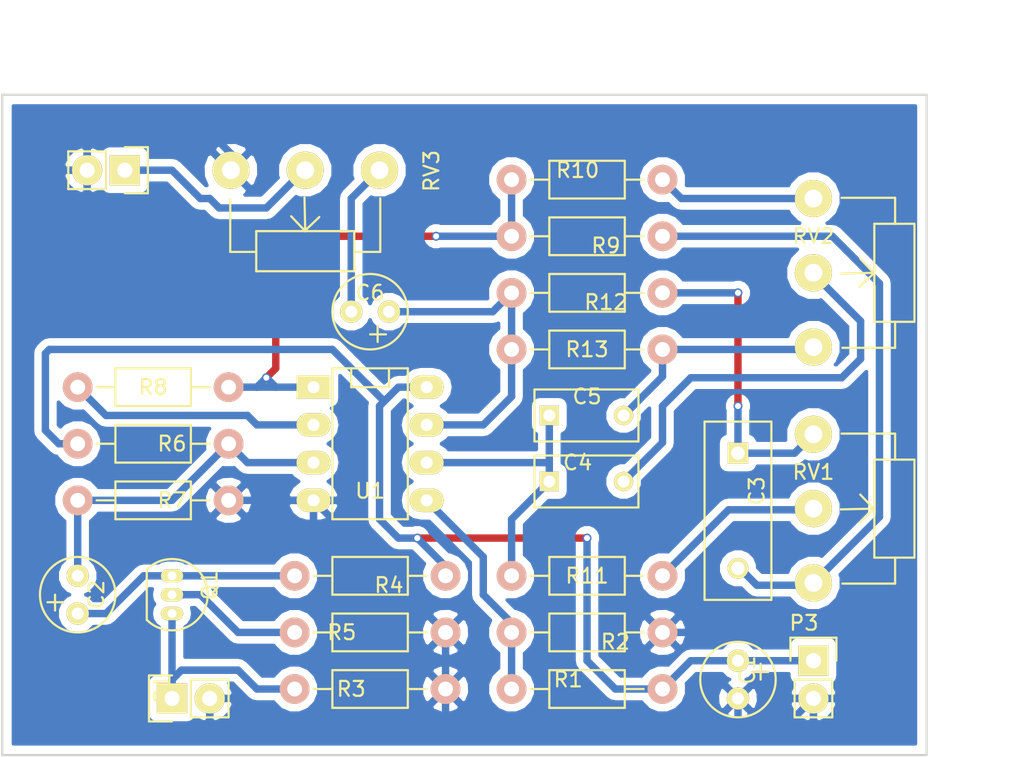
<source format=kicad_pcb>
(kicad_pcb (version 4) (host pcbnew 0.201510010346+6232~30~ubuntu14.04.1-product)

  (general
    (links 45)
    (no_connects 0)
    (area 95.25 85.09 198.755 151.13)
    (thickness 1.6)
    (drawings 6)
    (tracks 143)
    (zones 0)
    (modules 27)
    (nets 20)
  )

  (page A4)
  (layers
    (0 F.Cu signal)
    (31 B.Cu signal)
    (32 B.Adhes user)
    (33 F.Adhes user)
    (34 B.Paste user)
    (35 F.Paste user)
    (36 B.SilkS user)
    (37 F.SilkS user)
    (38 B.Mask user)
    (39 F.Mask user)
    (40 Dwgs.User user)
    (41 Cmts.User user)
    (42 Eco1.User user)
    (43 Eco2.User user)
    (44 Edge.Cuts user)
    (45 Margin user)
    (46 B.CrtYd user)
    (47 F.CrtYd user)
    (48 B.Fab user)
    (49 F.Fab user)
  )

  (setup
    (last_trace_width 0.5)
    (trace_clearance 0.25)
    (zone_clearance 0.508)
    (zone_45_only no)
    (trace_min 0.5)
    (segment_width 0.2)
    (edge_width 0.15)
    (via_size 0.6)
    (via_drill 0.4)
    (via_min_size 0.4)
    (via_min_drill 0.3)
    (uvia_size 0.3)
    (uvia_drill 0.1)
    (uvias_allowed no)
    (uvia_min_size 0.2)
    (uvia_min_drill 0.1)
    (pcb_text_width 0.3)
    (pcb_text_size 1.5 1.5)
    (mod_edge_width 0.15)
    (mod_text_size 1 1)
    (mod_text_width 0.15)
    (pad_size 1.524 1.524)
    (pad_drill 0.762)
    (pad_to_mask_clearance 0.2)
    (aux_axis_origin 109.855 151.13)
    (visible_elements FFFFFF7F)
    (pcbplotparams
      (layerselection 0x00030_80000001)
      (usegerberextensions false)
      (excludeedgelayer true)
      (linewidth 0.100000)
      (plotframeref false)
      (viasonmask false)
      (mode 1)
      (useauxorigin false)
      (hpglpennumber 1)
      (hpglpenspeed 20)
      (hpglpendiameter 15)
      (hpglpenoverlay 2)
      (psnegative false)
      (psa4output false)
      (plotreference true)
      (plotvalue true)
      (plotinvisibletext false)
      (padsonsilk false)
      (subtractmaskfromsilk false)
      (outputformat 1)
      (mirror false)
      (drillshape 1)
      (scaleselection 1)
      (outputdirectory ""))
  )

  (net 0 "")
  (net 1 Earth)
  (net 2 +BATT)
  (net 3 "Net-(C2-Pad2)")
  (net 4 "Net-(C2-Pad1)")
  (net 5 "Net-(C3-Pad1)")
  (net 6 "Net-(C3-Pad2)")
  (net 7 "Net-(C4-Pad1)")
  (net 8 "Net-(C4-Pad2)")
  (net 9 "Net-(C5-Pad2)")
  (net 10 "Net-(P1-Pad1)")
  (net 11 "Net-(P2-Pad1)")
  (net 12 "Net-(Q1-Pad2)")
  (net 13 +4.5V)
  (net 14 "Net-(R10-Pad2)")
  (net 15 "Net-(R11-Pad1)")
  (net 16 "Net-(C6-Pad2)")
  (net 17 "Net-(C6-Pad1)")
  (net 18 "Net-(R8-Pad2)")
  (net 19 "Net-(R10-Pad1)")

  (net_class Default "This is the default net class."
    (clearance 0.25)
    (trace_width 0.5)
    (via_dia 0.6)
    (via_drill 0.4)
    (uvia_dia 0.3)
    (uvia_drill 0.1)
    (add_net +4.5V)
    (add_net +BATT)
    (add_net Earth)
    (add_net "Net-(C2-Pad1)")
    (add_net "Net-(C2-Pad2)")
    (add_net "Net-(C3-Pad1)")
    (add_net "Net-(C3-Pad2)")
    (add_net "Net-(C4-Pad1)")
    (add_net "Net-(C4-Pad2)")
    (add_net "Net-(C5-Pad2)")
    (add_net "Net-(C6-Pad1)")
    (add_net "Net-(C6-Pad2)")
    (add_net "Net-(P1-Pad1)")
    (add_net "Net-(P2-Pad1)")
    (add_net "Net-(Q1-Pad2)")
    (add_net "Net-(R10-Pad1)")
    (add_net "Net-(R10-Pad2)")
    (add_net "Net-(R11-Pad1)")
    (add_net "Net-(R8-Pad2)")
  )

  (module Pin_Headers:Pin_Header_Straight_1x02 placed (layer F.Cu) (tedit 563876FD) (tstamp 561CCB51)
    (at 117.475 118.745 90)
    (descr "Through hole pin header")
    (tags "pin header")
    (path /561CBBD5)
    (fp_text reference P1 (at 0.635 -0.635 90) (layer F.SilkS)
      (effects (font (size 1 1) (thickness 0.15)))
    )
    (fp_text value INPUT (at 0 -2.54 90) (layer F.Fab)
      (effects (font (size 1 1) (thickness 0.15)))
    )
    (fp_line (start 1.27 1.27) (end 1.27 3.81) (layer F.SilkS) (width 0.15))
    (fp_line (start 1.55 -1.55) (end 1.55 0) (layer F.SilkS) (width 0.15))
    (fp_line (start -1.75 -1.75) (end -1.75 4.3) (layer F.CrtYd) (width 0.05))
    (fp_line (start 1.75 -1.75) (end 1.75 4.3) (layer F.CrtYd) (width 0.05))
    (fp_line (start -1.75 -1.75) (end 1.75 -1.75) (layer F.CrtYd) (width 0.05))
    (fp_line (start -1.75 4.3) (end 1.75 4.3) (layer F.CrtYd) (width 0.05))
    (fp_line (start 1.27 1.27) (end -1.27 1.27) (layer F.SilkS) (width 0.15))
    (fp_line (start -1.55 0) (end -1.55 -1.55) (layer F.SilkS) (width 0.15))
    (fp_line (start -1.55 -1.55) (end 1.55 -1.55) (layer F.SilkS) (width 0.15))
    (fp_line (start -1.27 1.27) (end -1.27 3.81) (layer F.SilkS) (width 0.15))
    (fp_line (start -1.27 3.81) (end 1.27 3.81) (layer F.SilkS) (width 0.15))
    (pad 1 thru_hole rect (at 0 0 90) (size 2.032 2.032) (drill 1.016) (layers *.Cu *.Mask F.SilkS)
      (net 10 "Net-(P1-Pad1)"))
    (pad 2 thru_hole oval (at 0 2.54 90) (size 2.032 2.032) (drill 1.016) (layers *.Cu *.Mask F.SilkS)
      (net 1 Earth))
    (model Pin_Headers.3dshapes/Pin_Header_Straight_1x02.wrl
      (at (xyz 0 -0.05 0))
      (scale (xyz 1 1 1))
      (rotate (xyz 0 0 90))
    )
  )

  (module Pin_Headers:Pin_Header_Straight_1x02 placed (layer F.Cu) (tedit 56386FBC) (tstamp 561CCB57)
    (at 114.3 83.185 270)
    (descr "Through hole pin header")
    (tags "pin header")
    (path /561D0A8F)
    (fp_text reference P2 (at 0 0 270) (layer F.SilkS)
      (effects (font (size 1 1) (thickness 0.15)))
    )
    (fp_text value OUTPUT (at 0 5.08 270) (layer F.Fab)
      (effects (font (size 1 1) (thickness 0.15)))
    )
    (fp_line (start 1.27 1.27) (end 1.27 3.81) (layer F.SilkS) (width 0.15))
    (fp_line (start 1.55 -1.55) (end 1.55 0) (layer F.SilkS) (width 0.15))
    (fp_line (start -1.75 -1.75) (end -1.75 4.3) (layer F.CrtYd) (width 0.05))
    (fp_line (start 1.75 -1.75) (end 1.75 4.3) (layer F.CrtYd) (width 0.05))
    (fp_line (start -1.75 -1.75) (end 1.75 -1.75) (layer F.CrtYd) (width 0.05))
    (fp_line (start -1.75 4.3) (end 1.75 4.3) (layer F.CrtYd) (width 0.05))
    (fp_line (start 1.27 1.27) (end -1.27 1.27) (layer F.SilkS) (width 0.15))
    (fp_line (start -1.55 0) (end -1.55 -1.55) (layer F.SilkS) (width 0.15))
    (fp_line (start -1.55 -1.55) (end 1.55 -1.55) (layer F.SilkS) (width 0.15))
    (fp_line (start -1.27 1.27) (end -1.27 3.81) (layer F.SilkS) (width 0.15))
    (fp_line (start -1.27 3.81) (end 1.27 3.81) (layer F.SilkS) (width 0.15))
    (pad 1 thru_hole rect (at 0 0 270) (size 2.032 2.032) (drill 1.016) (layers *.Cu *.Mask F.SilkS)
      (net 11 "Net-(P2-Pad1)"))
    (pad 2 thru_hole oval (at 0 2.54 270) (size 2.032 2.032) (drill 1.016) (layers *.Cu *.Mask F.SilkS)
      (net 1 Earth))
    (model Pin_Headers.3dshapes/Pin_Header_Straight_1x02.wrl
      (at (xyz 0 -0.05 0))
      (scale (xyz 1 1 1))
      (rotate (xyz 0 0 90))
    )
  )

  (module Housings_TO-92:TO-92_Inline_Narrow_Oval placed (layer F.Cu) (tedit 5638700E) (tstamp 561CCB5E)
    (at 117.475 110.49 270)
    (descr "TO-92 leads in-line, narrow, oval pads, drill 0.6mm (see NXP sot054_po.pdf)")
    (tags "to-92 sc-43 sc-43a sot54 PA33 transistor")
    (path /561CC12F)
    (fp_text reference Q1 (at 0.635 -2.54 270) (layer F.SilkS)
      (effects (font (size 1 1) (thickness 0.15)))
    )
    (fp_text value J201 (at 1.27 2.54 270) (layer F.Fab)
      (effects (font (size 1 1) (thickness 0.15)))
    )
    (fp_line (start -1.4 1.95) (end -1.4 -2.65) (layer F.CrtYd) (width 0.05))
    (fp_line (start -1.4 1.95) (end 3.95 1.95) (layer F.CrtYd) (width 0.05))
    (fp_line (start -0.43 1.7) (end 2.97 1.7) (layer F.SilkS) (width 0.15))
    (fp_arc (start 1.27 0) (end 1.27 -2.4) (angle -135) (layer F.SilkS) (width 0.15))
    (fp_arc (start 1.27 0) (end 1.27 -2.4) (angle 135) (layer F.SilkS) (width 0.15))
    (fp_line (start -1.4 -2.65) (end 3.95 -2.65) (layer F.CrtYd) (width 0.05))
    (fp_line (start 3.95 1.95) (end 3.95 -2.65) (layer F.CrtYd) (width 0.05))
    (pad 2 thru_hole oval (at 1.27 0 90) (size 0.89916 1.50114) (drill 0.6) (layers *.Cu *.Mask F.SilkS)
      (net 12 "Net-(Q1-Pad2)"))
    (pad 3 thru_hole oval (at 2.54 0 90) (size 0.89916 1.50114) (drill 0.6) (layers *.Cu *.Mask F.SilkS)
      (net 10 "Net-(P1-Pad1)"))
    (pad 1 thru_hole oval (at 0 0 90) (size 0.89916 1.50114) (drill 0.6) (layers *.Cu *.Mask F.SilkS)
      (net 4 "Net-(C2-Pad1)"))
    (model Housings_TO-92.3dshapes/TO-92_Inline_Narrow_Oval.wrl
      (at (xyz 0.05 0 0))
      (scale (xyz 1 1 1))
      (rotate (xyz 0 0 -90))
    )
  )

  (module Resistors_ThroughHole:Resistor_Horizontal_RM10mm placed (layer F.Cu) (tedit 56387575) (tstamp 561CCB64)
    (at 145.415 118.11 180)
    (descr "Resistor, Axial,  RM 10mm, 1/3W,")
    (tags "Resistor, Axial, RM 10mm, 1/3W,")
    (path /561CF3DC)
    (fp_text reference R1 (at 1.27 0.635 180) (layer F.SilkS)
      (effects (font (size 1 1) (thickness 0.15)))
    )
    (fp_text value 100K (at 0 0 180) (layer F.Fab)
      (effects (font (size 1 1) (thickness 0.15)))
    )
    (fp_line (start -2.54 -1.27) (end 2.54 -1.27) (layer F.SilkS) (width 0.15))
    (fp_line (start 2.54 -1.27) (end 2.54 1.27) (layer F.SilkS) (width 0.15))
    (fp_line (start 2.54 1.27) (end -2.54 1.27) (layer F.SilkS) (width 0.15))
    (fp_line (start -2.54 1.27) (end -2.54 -1.27) (layer F.SilkS) (width 0.15))
    (fp_line (start -2.54 0) (end -3.81 0) (layer F.SilkS) (width 0.15))
    (fp_line (start 2.54 0) (end 3.81 0) (layer F.SilkS) (width 0.15))
    (pad 1 thru_hole circle (at -5.08 0 180) (size 1.99898 1.99898) (drill 1.00076) (layers *.Cu *.SilkS *.Mask)
      (net 2 +BATT))
    (pad 2 thru_hole circle (at 5.08 0 180) (size 1.99898 1.99898) (drill 1.00076) (layers *.Cu *.SilkS *.Mask)
      (net 13 +4.5V))
    (model Resistors_ThroughHole.3dshapes/Resistor_Horizontal_RM10mm.wrl
      (at (xyz 0 0 0))
      (scale (xyz 0.4 0.4 0.4))
      (rotate (xyz 0 0 0))
    )
  )

  (module Resistors_ThroughHole:Resistor_Horizontal_RM10mm placed (layer F.Cu) (tedit 56386EAE) (tstamp 561CCB6A)
    (at 145.415 114.3)
    (descr "Resistor, Axial,  RM 10mm, 1/3W,")
    (tags "Resistor, Axial, RM 10mm, 1/3W,")
    (path /561CF42B)
    (fp_text reference R2 (at 1.905 0.635) (layer F.SilkS)
      (effects (font (size 1 1) (thickness 0.15)))
    )
    (fp_text value 100K (at 0 0) (layer F.Fab)
      (effects (font (size 1 1) (thickness 0.15)))
    )
    (fp_line (start -2.54 -1.27) (end 2.54 -1.27) (layer F.SilkS) (width 0.15))
    (fp_line (start 2.54 -1.27) (end 2.54 1.27) (layer F.SilkS) (width 0.15))
    (fp_line (start 2.54 1.27) (end -2.54 1.27) (layer F.SilkS) (width 0.15))
    (fp_line (start -2.54 1.27) (end -2.54 -1.27) (layer F.SilkS) (width 0.15))
    (fp_line (start -2.54 0) (end -3.81 0) (layer F.SilkS) (width 0.15))
    (fp_line (start 2.54 0) (end 3.81 0) (layer F.SilkS) (width 0.15))
    (pad 1 thru_hole circle (at -5.08 0) (size 1.99898 1.99898) (drill 1.00076) (layers *.Cu *.SilkS *.Mask)
      (net 13 +4.5V))
    (pad 2 thru_hole circle (at 5.08 0) (size 1.99898 1.99898) (drill 1.00076) (layers *.Cu *.SilkS *.Mask)
      (net 1 Earth))
    (model Resistors_ThroughHole.3dshapes/Resistor_Horizontal_RM10mm.wrl
      (at (xyz 0 0 0))
      (scale (xyz 0.4 0.4 0.4))
      (rotate (xyz 0 0 0))
    )
  )

  (module Resistors_ThroughHole:Resistor_Horizontal_RM10mm placed (layer F.Cu) (tedit 56387006) (tstamp 561CCB70)
    (at 130.81 118.11)
    (descr "Resistor, Axial,  RM 10mm, 1/3W,")
    (tags "Resistor, Axial, RM 10mm, 1/3W,")
    (path /561CBD30)
    (fp_text reference R3 (at -1.27 0) (layer F.SilkS)
      (effects (font (size 1 1) (thickness 0.15)))
    )
    (fp_text value 10M (at 1.27 0) (layer F.Fab)
      (effects (font (size 1 1) (thickness 0.15)))
    )
    (fp_line (start -2.54 -1.27) (end 2.54 -1.27) (layer F.SilkS) (width 0.15))
    (fp_line (start 2.54 -1.27) (end 2.54 1.27) (layer F.SilkS) (width 0.15))
    (fp_line (start 2.54 1.27) (end -2.54 1.27) (layer F.SilkS) (width 0.15))
    (fp_line (start -2.54 1.27) (end -2.54 -1.27) (layer F.SilkS) (width 0.15))
    (fp_line (start -2.54 0) (end -3.81 0) (layer F.SilkS) (width 0.15))
    (fp_line (start 2.54 0) (end 3.81 0) (layer F.SilkS) (width 0.15))
    (pad 1 thru_hole circle (at -5.08 0) (size 1.99898 1.99898) (drill 1.00076) (layers *.Cu *.SilkS *.Mask)
      (net 10 "Net-(P1-Pad1)"))
    (pad 2 thru_hole circle (at 5.08 0) (size 1.99898 1.99898) (drill 1.00076) (layers *.Cu *.SilkS *.Mask)
      (net 1 Earth))
    (model Resistors_ThroughHole.3dshapes/Resistor_Horizontal_RM10mm.wrl
      (at (xyz 0 0 0))
      (scale (xyz 0.4 0.4 0.4))
      (rotate (xyz 0 0 0))
    )
  )

  (module Resistors_ThroughHole:Resistor_Horizontal_RM10mm placed (layer F.Cu) (tedit 56387002) (tstamp 561CCB76)
    (at 130.81 110.49 180)
    (descr "Resistor, Axial,  RM 10mm, 1/3W,")
    (tags "Resistor, Axial, RM 10mm, 1/3W,")
    (path /561CBDD3)
    (fp_text reference R4 (at -1.27 -0.635 180) (layer F.SilkS)
      (effects (font (size 1 1) (thickness 0.15)))
    )
    (fp_text value 6K8 (at 1.27 0 180) (layer F.Fab)
      (effects (font (size 1 1) (thickness 0.15)))
    )
    (fp_line (start -2.54 -1.27) (end 2.54 -1.27) (layer F.SilkS) (width 0.15))
    (fp_line (start 2.54 -1.27) (end 2.54 1.27) (layer F.SilkS) (width 0.15))
    (fp_line (start 2.54 1.27) (end -2.54 1.27) (layer F.SilkS) (width 0.15))
    (fp_line (start -2.54 1.27) (end -2.54 -1.27) (layer F.SilkS) (width 0.15))
    (fp_line (start -2.54 0) (end -3.81 0) (layer F.SilkS) (width 0.15))
    (fp_line (start 2.54 0) (end 3.81 0) (layer F.SilkS) (width 0.15))
    (pad 1 thru_hole circle (at -5.08 0 180) (size 1.99898 1.99898) (drill 1.00076) (layers *.Cu *.SilkS *.Mask)
      (net 2 +BATT))
    (pad 2 thru_hole circle (at 5.08 0 180) (size 1.99898 1.99898) (drill 1.00076) (layers *.Cu *.SilkS *.Mask)
      (net 4 "Net-(C2-Pad1)"))
    (model Resistors_ThroughHole.3dshapes/Resistor_Horizontal_RM10mm.wrl
      (at (xyz 0 0 0))
      (scale (xyz 0.4 0.4 0.4))
      (rotate (xyz 0 0 0))
    )
  )

  (module Resistors_ThroughHole:Resistor_Horizontal_RM10mm placed (layer F.Cu) (tedit 5638700A) (tstamp 561CCB7C)
    (at 130.81 114.3)
    (descr "Resistor, Axial,  RM 10mm, 1/3W,")
    (tags "Resistor, Axial, RM 10mm, 1/3W,")
    (path /561CBE1C)
    (fp_text reference R5 (at -1.905 0) (layer F.SilkS)
      (effects (font (size 1 1) (thickness 0.15)))
    )
    (fp_text value 680R (at 0.635 0) (layer F.Fab)
      (effects (font (size 1 1) (thickness 0.15)))
    )
    (fp_line (start -2.54 -1.27) (end 2.54 -1.27) (layer F.SilkS) (width 0.15))
    (fp_line (start 2.54 -1.27) (end 2.54 1.27) (layer F.SilkS) (width 0.15))
    (fp_line (start 2.54 1.27) (end -2.54 1.27) (layer F.SilkS) (width 0.15))
    (fp_line (start -2.54 1.27) (end -2.54 -1.27) (layer F.SilkS) (width 0.15))
    (fp_line (start -2.54 0) (end -3.81 0) (layer F.SilkS) (width 0.15))
    (fp_line (start 2.54 0) (end 3.81 0) (layer F.SilkS) (width 0.15))
    (pad 1 thru_hole circle (at -5.08 0) (size 1.99898 1.99898) (drill 1.00076) (layers *.Cu *.SilkS *.Mask)
      (net 12 "Net-(Q1-Pad2)"))
    (pad 2 thru_hole circle (at 5.08 0) (size 1.99898 1.99898) (drill 1.00076) (layers *.Cu *.SilkS *.Mask)
      (net 1 Earth))
    (model Resistors_ThroughHole.3dshapes/Resistor_Horizontal_RM10mm.wrl
      (at (xyz 0 0 0))
      (scale (xyz 0.4 0.4 0.4))
      (rotate (xyz 0 0 0))
    )
  )

  (module Resistors_ThroughHole:Resistor_Horizontal_RM10mm placed (layer F.Cu) (tedit 56387293) (tstamp 561CCB82)
    (at 116.205 101.6)
    (descr "Resistor, Axial,  RM 10mm, 1/3W,")
    (tags "Resistor, Axial, RM 10mm, 1/3W,")
    (path /561CCA5A)
    (fp_text reference R6 (at 1.27 0) (layer F.SilkS)
      (effects (font (size 1 1) (thickness 0.15)))
    )
    (fp_text value 100K (at -0.635 0) (layer F.Fab)
      (effects (font (size 1 1) (thickness 0.15)))
    )
    (fp_line (start -2.54 -1.27) (end 2.54 -1.27) (layer F.SilkS) (width 0.15))
    (fp_line (start 2.54 -1.27) (end 2.54 1.27) (layer F.SilkS) (width 0.15))
    (fp_line (start 2.54 1.27) (end -2.54 1.27) (layer F.SilkS) (width 0.15))
    (fp_line (start -2.54 1.27) (end -2.54 -1.27) (layer F.SilkS) (width 0.15))
    (fp_line (start -2.54 0) (end -3.81 0) (layer F.SilkS) (width 0.15))
    (fp_line (start 2.54 0) (end 3.81 0) (layer F.SilkS) (width 0.15))
    (pad 1 thru_hole circle (at -5.08 0) (size 1.99898 1.99898) (drill 1.00076) (layers *.Cu *.SilkS *.Mask)
      (net 2 +BATT))
    (pad 2 thru_hole circle (at 5.08 0) (size 1.99898 1.99898) (drill 1.00076) (layers *.Cu *.SilkS *.Mask)
      (net 3 "Net-(C2-Pad2)"))
    (model Resistors_ThroughHole.3dshapes/Resistor_Horizontal_RM10mm.wrl
      (at (xyz 0 0 0))
      (scale (xyz 0.4 0.4 0.4))
      (rotate (xyz 0 0 0))
    )
  )

  (module Resistors_ThroughHole:Resistor_Horizontal_RM10mm placed (layer F.Cu) (tedit 5638725D) (tstamp 561CCB88)
    (at 116.205 105.41)
    (descr "Resistor, Axial,  RM 10mm, 1/3W,")
    (tags "Resistor, Axial, RM 10mm, 1/3W,")
    (path /561CC1E7)
    (fp_text reference R7 (at 1.27 0) (layer F.SilkS)
      (effects (font (size 1 1) (thickness 0.15)))
    )
    (fp_text value 100K (at -0.635 -0.635) (layer F.Fab)
      (effects (font (size 1 1) (thickness 0.15)))
    )
    (fp_line (start -2.54 -1.27) (end 2.54 -1.27) (layer F.SilkS) (width 0.15))
    (fp_line (start 2.54 -1.27) (end 2.54 1.27) (layer F.SilkS) (width 0.15))
    (fp_line (start 2.54 1.27) (end -2.54 1.27) (layer F.SilkS) (width 0.15))
    (fp_line (start -2.54 1.27) (end -2.54 -1.27) (layer F.SilkS) (width 0.15))
    (fp_line (start -2.54 0) (end -3.81 0) (layer F.SilkS) (width 0.15))
    (fp_line (start 2.54 0) (end 3.81 0) (layer F.SilkS) (width 0.15))
    (pad 1 thru_hole circle (at -5.08 0) (size 1.99898 1.99898) (drill 1.00076) (layers *.Cu *.SilkS *.Mask)
      (net 3 "Net-(C2-Pad2)"))
    (pad 2 thru_hole circle (at 5.08 0) (size 1.99898 1.99898) (drill 1.00076) (layers *.Cu *.SilkS *.Mask)
      (net 1 Earth))
    (model Resistors_ThroughHole.3dshapes/Resistor_Horizontal_RM10mm.wrl
      (at (xyz 0 0 0))
      (scale (xyz 0.4 0.4 0.4))
      (rotate (xyz 0 0 0))
    )
  )

  (module Resistors_ThroughHole:Resistor_Horizontal_RM10mm placed (layer F.Cu) (tedit 56386F13) (tstamp 561CCB8E)
    (at 116.205 97.79 180)
    (descr "Resistor, Axial,  RM 10mm, 1/3W,")
    (tags "Resistor, Axial, RM 10mm, 1/3W,")
    (path /561CD0AD)
    (fp_text reference R8 (at 0 0 180) (layer F.SilkS)
      (effects (font (size 1 1) (thickness 0.15)))
    )
    (fp_text value 10K (at 0.635 0.635 180) (layer F.Fab)
      (effects (font (size 1 1) (thickness 0.15)))
    )
    (fp_line (start -2.54 -1.27) (end 2.54 -1.27) (layer F.SilkS) (width 0.15))
    (fp_line (start 2.54 -1.27) (end 2.54 1.27) (layer F.SilkS) (width 0.15))
    (fp_line (start 2.54 1.27) (end -2.54 1.27) (layer F.SilkS) (width 0.15))
    (fp_line (start -2.54 1.27) (end -2.54 -1.27) (layer F.SilkS) (width 0.15))
    (fp_line (start -2.54 0) (end -3.81 0) (layer F.SilkS) (width 0.15))
    (fp_line (start 2.54 0) (end 3.81 0) (layer F.SilkS) (width 0.15))
    (pad 1 thru_hole circle (at -5.08 0 180) (size 1.99898 1.99898) (drill 1.00076) (layers *.Cu *.SilkS *.Mask)
      (net 14 "Net-(R10-Pad2)"))
    (pad 2 thru_hole circle (at 5.08 0 180) (size 1.99898 1.99898) (drill 1.00076) (layers *.Cu *.SilkS *.Mask)
      (net 18 "Net-(R8-Pad2)"))
    (model Resistors_ThroughHole.3dshapes/Resistor_Horizontal_RM10mm.wrl
      (at (xyz 0 0 0))
      (scale (xyz 0.4 0.4 0.4))
      (rotate (xyz 0 0 0))
    )
  )

  (module Resistors_ThroughHole:Resistor_Horizontal_RM10mm placed (layer F.Cu) (tedit 56386EB0) (tstamp 561CCB94)
    (at 145.415 87.63 180)
    (descr "Resistor, Axial,  RM 10mm, 1/3W,")
    (tags "Resistor, Axial, RM 10mm, 1/3W,")
    (path /561CD419)
    (fp_text reference R9 (at -1.27 -0.635 180) (layer F.SilkS)
      (effects (font (size 1 1) (thickness 0.15)))
    )
    (fp_text value 33K (at 0 0 180) (layer F.Fab)
      (effects (font (size 1 1) (thickness 0.15)))
    )
    (fp_line (start -2.54 -1.27) (end 2.54 -1.27) (layer F.SilkS) (width 0.15))
    (fp_line (start 2.54 -1.27) (end 2.54 1.27) (layer F.SilkS) (width 0.15))
    (fp_line (start 2.54 1.27) (end -2.54 1.27) (layer F.SilkS) (width 0.15))
    (fp_line (start -2.54 1.27) (end -2.54 -1.27) (layer F.SilkS) (width 0.15))
    (fp_line (start -2.54 0) (end -3.81 0) (layer F.SilkS) (width 0.15))
    (fp_line (start 2.54 0) (end 3.81 0) (layer F.SilkS) (width 0.15))
    (pad 1 thru_hole circle (at -5.08 0 180) (size 1.99898 1.99898) (drill 1.00076) (layers *.Cu *.SilkS *.Mask)
      (net 6 "Net-(C3-Pad2)"))
    (pad 2 thru_hole circle (at 5.08 0 180) (size 1.99898 1.99898) (drill 1.00076) (layers *.Cu *.SilkS *.Mask)
      (net 14 "Net-(R10-Pad2)"))
    (model Resistors_ThroughHole.3dshapes/Resistor_Horizontal_RM10mm.wrl
      (at (xyz 0 0 0))
      (scale (xyz 0.4 0.4 0.4))
      (rotate (xyz 0 0 0))
    )
  )

  (module Resistors_ThroughHole:Resistor_Horizontal_RM10mm placed (layer F.Cu) (tedit 56387628) (tstamp 561CCB9A)
    (at 145.415 83.82 180)
    (descr "Resistor, Axial,  RM 10mm, 1/3W,")
    (tags "Resistor, Axial, RM 10mm, 1/3W,")
    (path /561CD943)
    (fp_text reference R10 (at 0.635 0.635 180) (layer F.SilkS)
      (effects (font (size 1 1) (thickness 0.15)))
    )
    (fp_text value 10K (at 0 0 180) (layer F.Fab)
      (effects (font (size 1 1) (thickness 0.15)))
    )
    (fp_line (start -2.54 -1.27) (end 2.54 -1.27) (layer F.SilkS) (width 0.15))
    (fp_line (start 2.54 -1.27) (end 2.54 1.27) (layer F.SilkS) (width 0.15))
    (fp_line (start 2.54 1.27) (end -2.54 1.27) (layer F.SilkS) (width 0.15))
    (fp_line (start -2.54 1.27) (end -2.54 -1.27) (layer F.SilkS) (width 0.15))
    (fp_line (start -2.54 0) (end -3.81 0) (layer F.SilkS) (width 0.15))
    (fp_line (start 2.54 0) (end 3.81 0) (layer F.SilkS) (width 0.15))
    (pad 1 thru_hole circle (at -5.08 0 180) (size 1.99898 1.99898) (drill 1.00076) (layers *.Cu *.SilkS *.Mask)
      (net 19 "Net-(R10-Pad1)"))
    (pad 2 thru_hole circle (at 5.08 0 180) (size 1.99898 1.99898) (drill 1.00076) (layers *.Cu *.SilkS *.Mask)
      (net 14 "Net-(R10-Pad2)"))
    (model Resistors_ThroughHole.3dshapes/Resistor_Horizontal_RM10mm.wrl
      (at (xyz 0 0 0))
      (scale (xyz 0.4 0.4 0.4))
      (rotate (xyz 0 0 0))
    )
  )

  (module Resistors_ThroughHole:Resistor_Horizontal_RM10mm placed (layer F.Cu) (tedit 56387563) (tstamp 561CCBA0)
    (at 145.415 110.49 180)
    (descr "Resistor, Axial,  RM 10mm, 1/3W,")
    (tags "Resistor, Axial, RM 10mm, 1/3W,")
    (path /561CD557)
    (fp_text reference R11 (at 0 0 180) (layer F.SilkS)
      (effects (font (size 1 1) (thickness 0.15)))
    )
    (fp_text value 33K (at 0 -1.27 180) (layer F.Fab)
      (effects (font (size 1 1) (thickness 0.15)))
    )
    (fp_line (start -2.54 -1.27) (end 2.54 -1.27) (layer F.SilkS) (width 0.15))
    (fp_line (start 2.54 -1.27) (end 2.54 1.27) (layer F.SilkS) (width 0.15))
    (fp_line (start 2.54 1.27) (end -2.54 1.27) (layer F.SilkS) (width 0.15))
    (fp_line (start -2.54 1.27) (end -2.54 -1.27) (layer F.SilkS) (width 0.15))
    (fp_line (start -2.54 0) (end -3.81 0) (layer F.SilkS) (width 0.15))
    (fp_line (start 2.54 0) (end 3.81 0) (layer F.SilkS) (width 0.15))
    (pad 1 thru_hole circle (at -5.08 0 180) (size 1.99898 1.99898) (drill 1.00076) (layers *.Cu *.SilkS *.Mask)
      (net 15 "Net-(R11-Pad1)"))
    (pad 2 thru_hole circle (at 5.08 0 180) (size 1.99898 1.99898) (drill 1.00076) (layers *.Cu *.SilkS *.Mask)
      (net 7 "Net-(C4-Pad1)"))
    (model Resistors_ThroughHole.3dshapes/Resistor_Horizontal_RM10mm.wrl
      (at (xyz 0 0 0))
      (scale (xyz 0.4 0.4 0.4))
      (rotate (xyz 0 0 0))
    )
  )

  (module Resistors_ThroughHole:Resistor_Horizontal_RM10mm placed (layer F.Cu) (tedit 56386EA9) (tstamp 561CCBA6)
    (at 145.415 91.44)
    (descr "Resistor, Axial,  RM 10mm, 1/3W,")
    (tags "Resistor, Axial, RM 10mm, 1/3W,")
    (path /561CD4E0)
    (fp_text reference R12 (at 1.27 0.635) (layer F.SilkS)
      (effects (font (size 1 1) (thickness 0.15)))
    )
    (fp_text value 33K (at 0 0) (layer F.Fab)
      (effects (font (size 1 1) (thickness 0.15)))
    )
    (fp_line (start -2.54 -1.27) (end 2.54 -1.27) (layer F.SilkS) (width 0.15))
    (fp_line (start 2.54 -1.27) (end 2.54 1.27) (layer F.SilkS) (width 0.15))
    (fp_line (start 2.54 1.27) (end -2.54 1.27) (layer F.SilkS) (width 0.15))
    (fp_line (start -2.54 1.27) (end -2.54 -1.27) (layer F.SilkS) (width 0.15))
    (fp_line (start -2.54 0) (end -3.81 0) (layer F.SilkS) (width 0.15))
    (fp_line (start 2.54 0) (end 3.81 0) (layer F.SilkS) (width 0.15))
    (pad 1 thru_hole circle (at -5.08 0) (size 1.99898 1.99898) (drill 1.00076) (layers *.Cu *.SilkS *.Mask)
      (net 17 "Net-(C6-Pad1)"))
    (pad 2 thru_hole circle (at 5.08 0) (size 1.99898 1.99898) (drill 1.00076) (layers *.Cu *.SilkS *.Mask)
      (net 5 "Net-(C3-Pad1)"))
    (model Resistors_ThroughHole.3dshapes/Resistor_Horizontal_RM10mm.wrl
      (at (xyz 0 0 0))
      (scale (xyz 0.4 0.4 0.4))
      (rotate (xyz 0 0 0))
    )
  )

  (module Resistors_ThroughHole:Resistor_Horizontal_RM10mm placed (layer F.Cu) (tedit 56386F0A) (tstamp 561CCBAC)
    (at 145.415 95.25)
    (descr "Resistor, Axial,  RM 10mm, 1/3W,")
    (tags "Resistor, Axial, RM 10mm, 1/3W,")
    (path /561CD94F)
    (fp_text reference R13 (at 0 0) (layer F.SilkS)
      (effects (font (size 1 1) (thickness 0.15)))
    )
    (fp_text value 10K (at 1.27 0.635) (layer F.Fab)
      (effects (font (size 1 1) (thickness 0.15)))
    )
    (fp_line (start -2.54 -1.27) (end 2.54 -1.27) (layer F.SilkS) (width 0.15))
    (fp_line (start 2.54 -1.27) (end 2.54 1.27) (layer F.SilkS) (width 0.15))
    (fp_line (start 2.54 1.27) (end -2.54 1.27) (layer F.SilkS) (width 0.15))
    (fp_line (start -2.54 1.27) (end -2.54 -1.27) (layer F.SilkS) (width 0.15))
    (fp_line (start -2.54 0) (end -3.81 0) (layer F.SilkS) (width 0.15))
    (fp_line (start 2.54 0) (end 3.81 0) (layer F.SilkS) (width 0.15))
    (pad 1 thru_hole circle (at -5.08 0) (size 1.99898 1.99898) (drill 1.00076) (layers *.Cu *.SilkS *.Mask)
      (net 17 "Net-(C6-Pad1)"))
    (pad 2 thru_hole circle (at 5.08 0) (size 1.99898 1.99898) (drill 1.00076) (layers *.Cu *.SilkS *.Mask)
      (net 9 "Net-(C5-Pad2)"))
    (model Resistors_ThroughHole.3dshapes/Resistor_Horizontal_RM10mm.wrl
      (at (xyz 0 0 0))
      (scale (xyz 0.4 0.4 0.4))
      (rotate (xyz 0 0 0))
    )
  )

  (module Sockets_DIP:DIP-8__300_ELL placed (layer F.Cu) (tedit 56387319) (tstamp 561CCBD3)
    (at 130.81 101.6 270)
    (descr "8 pins DIL package, elliptical pads")
    (tags DIL)
    (path /561CCF45)
    (fp_text reference U1 (at 3.175 0 360) (layer F.SilkS)
      (effects (font (size 1 1) (thickness 0.15)))
    )
    (fp_text value TL072 (at 0 0 270) (layer F.Fab)
      (effects (font (size 1 1) (thickness 0.15)))
    )
    (fp_line (start -5.08 -1.27) (end -3.81 -1.27) (layer F.SilkS) (width 0.15))
    (fp_line (start -3.81 -1.27) (end -3.81 1.27) (layer F.SilkS) (width 0.15))
    (fp_line (start -3.81 1.27) (end -5.08 1.27) (layer F.SilkS) (width 0.15))
    (fp_line (start -5.08 -2.54) (end 5.08 -2.54) (layer F.SilkS) (width 0.15))
    (fp_line (start 5.08 -2.54) (end 5.08 2.54) (layer F.SilkS) (width 0.15))
    (fp_line (start 5.08 2.54) (end -5.08 2.54) (layer F.SilkS) (width 0.15))
    (fp_line (start -5.08 2.54) (end -5.08 -2.54) (layer F.SilkS) (width 0.15))
    (pad 1 thru_hole rect (at -3.81 3.81 270) (size 1.5748 2.286) (drill 0.8128) (layers *.Cu *.Mask F.SilkS)
      (net 14 "Net-(R10-Pad2)"))
    (pad 2 thru_hole oval (at -1.27 3.81 270) (size 1.5748 2.286) (drill 0.8128) (layers *.Cu *.Mask F.SilkS)
      (net 18 "Net-(R8-Pad2)"))
    (pad 3 thru_hole oval (at 1.27 3.81 270) (size 1.5748 2.286) (drill 0.8128) (layers *.Cu *.Mask F.SilkS)
      (net 3 "Net-(C2-Pad2)"))
    (pad 4 thru_hole oval (at 3.81 3.81 270) (size 1.5748 2.286) (drill 0.8128) (layers *.Cu *.Mask F.SilkS)
      (net 1 Earth))
    (pad 5 thru_hole oval (at 3.81 -3.81 270) (size 1.5748 2.286) (drill 0.8128) (layers *.Cu *.Mask F.SilkS)
      (net 13 +4.5V))
    (pad 6 thru_hole oval (at 1.27 -3.81 270) (size 1.5748 2.286) (drill 0.8128) (layers *.Cu *.Mask F.SilkS)
      (net 7 "Net-(C4-Pad1)"))
    (pad 7 thru_hole oval (at -1.27 -3.81 270) (size 1.5748 2.286) (drill 0.8128) (layers *.Cu *.Mask F.SilkS)
      (net 17 "Net-(C6-Pad1)"))
    (pad 8 thru_hole oval (at -3.81 -3.81 270) (size 1.5748 2.286) (drill 0.8128) (layers *.Cu *.Mask F.SilkS)
      (net 2 +BATT))
    (model Sockets_DIP.3dshapes/DIP-8__300_ELL.wrl
      (at (xyz 0 0 0))
      (scale (xyz 1 1 1))
      (rotate (xyz 0 0 0))
    )
  )

  (module Capacitors_Elko_ThroughHole:Elko_vert_11x5mm_RM2.5 placed (layer F.Cu) (tedit 56387333) (tstamp 56372E89)
    (at 155.575 116.205 270)
    (descr "Electrolytic Capacitor, vertical, diameter 5mm, radial, RM 2,5mm")
    (tags "Electrolytic Capacitor, vertical, diameter 5mm, radial, RM 2,5mm, Elko, Electrolytkondensator, Kondensator gepolt, Durchmesser 5mm")
    (path /561CBF06)
    (fp_text reference C1 (at 0.635 -0.635 270) (layer F.SilkS)
      (effects (font (size 1 1) (thickness 0.15)))
    )
    (fp_text value 10uF (at 1.905 1.27 270) (layer F.Fab)
      (effects (font (size 1 1) (thickness 0.15)))
    )
    (fp_line (start 0.2032 -1.524) (end 1.27 -1.524) (layer F.Cu) (width 0.15))
    (fp_line (start 0.762 -2.032) (end 0.762 -0.9906) (layer F.Cu) (width 0.15))
    (fp_line (start 1.27 -1.524) (end 0.2032 -1.524) (layer F.SilkS) (width 0.15))
    (fp_line (start 0.762 -2.032) (end 0.762 -0.9906) (layer F.SilkS) (width 0.15))
    (fp_circle (center 1.27 0) (end 3.81 0) (layer F.SilkS) (width 0.15))
    (pad 2 thru_hole circle (at 2.54 0 270) (size 1.50114 1.50114) (drill 0.8001) (layers *.Cu *.Mask F.SilkS)
      (net 1 Earth))
    (pad 1 thru_hole circle (at 0 0 270) (size 1.50114 1.50114) (drill 0.8001) (layers *.Cu *.Mask F.SilkS)
      (net 2 +BATT))
    (model Capacitors_Elko_ThroughHole.3dshapes/Elko_vert_11x5mm_RM2.5.wrl
      (at (xyz 0 0 0))
      (scale (xyz 1 1 1))
      (rotate (xyz 0 0 0))
    )
  )

  (module Capacitors_Elko_ThroughHole:Elko_vert_11x5mm_RM2.5 placed (layer F.Cu) (tedit 56386F9C) (tstamp 56372E8E)
    (at 111.125 113.03 90)
    (descr "Electrolytic Capacitor, vertical, diameter 5mm, radial, RM 2,5mm")
    (tags "Electrolytic Capacitor, vertical, diameter 5mm, radial, RM 2,5mm, Elko, Electrolytkondensator, Kondensator gepolt, Durchmesser 5mm")
    (path /561CBE5B)
    (fp_text reference C2 (at 1.27 1.27 90) (layer F.SilkS)
      (effects (font (size 1 1) (thickness 0.15)))
    )
    (fp_text value 10uF (at 0.635 -0.635 90) (layer F.Fab)
      (effects (font (size 1 1) (thickness 0.15)))
    )
    (fp_line (start 0.2032 -1.524) (end 1.27 -1.524) (layer F.Cu) (width 0.15))
    (fp_line (start 0.762 -2.032) (end 0.762 -0.9906) (layer F.Cu) (width 0.15))
    (fp_line (start 1.27 -1.524) (end 0.2032 -1.524) (layer F.SilkS) (width 0.15))
    (fp_line (start 0.762 -2.032) (end 0.762 -0.9906) (layer F.SilkS) (width 0.15))
    (fp_circle (center 1.27 0) (end 3.81 0) (layer F.SilkS) (width 0.15))
    (pad 2 thru_hole circle (at 2.54 0 90) (size 1.50114 1.50114) (drill 0.8001) (layers *.Cu *.Mask F.SilkS)
      (net 3 "Net-(C2-Pad2)"))
    (pad 1 thru_hole circle (at 0 0 90) (size 1.50114 1.50114) (drill 0.8001) (layers *.Cu *.Mask F.SilkS)
      (net 4 "Net-(C2-Pad1)"))
    (model Capacitors_Elko_ThroughHole.3dshapes/Elko_vert_11x5mm_RM2.5.wrl
      (at (xyz 0 0 0))
      (scale (xyz 1 1 1))
      (rotate (xyz 0 0 0))
    )
  )

  (module Capacitors_ThroughHole:C_Disc_D12_P7.75 placed (layer F.Cu) (tedit 5638722C) (tstamp 56372E93)
    (at 155.575 102.235 270)
    (descr "Capacitor 12mm Disc, Pitch 7.75mm")
    (tags Capacitor)
    (path /561CD5F4)
    (fp_text reference C3 (at 2.54 -1.27 270) (layer F.SilkS)
      (effects (font (size 1 1) (thickness 0.15)))
    )
    (fp_text value 473 (at 4.445 0.635 270) (layer F.Fab)
      (effects (font (size 1 1) (thickness 0.15)))
    )
    (fp_line (start -2.375 -2.5) (end 10.125 -2.5) (layer F.CrtYd) (width 0.05))
    (fp_line (start 10.125 -2.5) (end 10.125 2.5) (layer F.CrtYd) (width 0.05))
    (fp_line (start 10.125 2.5) (end -2.375 2.5) (layer F.CrtYd) (width 0.05))
    (fp_line (start -2.375 2.5) (end -2.375 -2.5) (layer F.CrtYd) (width 0.05))
    (fp_line (start -2.125 -2.25) (end 9.875 -2.25) (layer F.SilkS) (width 0.15))
    (fp_line (start 9.875 -2.25) (end 9.875 2.25) (layer F.SilkS) (width 0.15))
    (fp_line (start 9.875 2.25) (end -2.125 2.25) (layer F.SilkS) (width 0.15))
    (fp_line (start -2.125 2.25) (end -2.125 -2.25) (layer F.SilkS) (width 0.15))
    (pad 1 thru_hole rect (at 0 0 270) (size 1.4 1.4) (drill 0.9) (layers *.Cu *.Mask F.SilkS)
      (net 5 "Net-(C3-Pad1)"))
    (pad 2 thru_hole circle (at 7.75 0 270) (size 1.4 1.4) (drill 0.9) (layers *.Cu *.Mask F.SilkS)
      (net 6 "Net-(C3-Pad2)"))
    (model Capacitors_ThroughHole.3dshapes/C_Disc_D12_P7.75.wrl
      (at (xyz 0.15255906 0 0))
      (scale (xyz 1 1 1))
      (rotate (xyz 0 0 0))
    )
  )

  (module Capacitors_ThroughHole:C_Rect_L7_W3.5_P5 placed (layer F.Cu) (tedit 56386FCD) (tstamp 56372E98)
    (at 142.875 104.14)
    (descr "Film Capacitor Length 7mm x Width 3.5mm, Pitch 5mm")
    (tags Capacitor)
    (path /561CD6A7)
    (fp_text reference C4 (at 1.905 -1.27) (layer F.SilkS)
      (effects (font (size 1 1) (thickness 0.15)))
    )
    (fp_text value 222 (at 2.54 0) (layer F.Fab)
      (effects (font (size 1 1) (thickness 0.15)))
    )
    (fp_line (start -1.25 -2) (end 6.25 -2) (layer F.CrtYd) (width 0.05))
    (fp_line (start 6.25 -2) (end 6.25 2) (layer F.CrtYd) (width 0.05))
    (fp_line (start 6.25 2) (end -1.25 2) (layer F.CrtYd) (width 0.05))
    (fp_line (start -1.25 2) (end -1.25 -2) (layer F.CrtYd) (width 0.05))
    (fp_line (start -1 -1.75) (end 6 -1.75) (layer F.SilkS) (width 0.15))
    (fp_line (start 6 -1.75) (end 6 1.75) (layer F.SilkS) (width 0.15))
    (fp_line (start 6 1.75) (end -1 1.75) (layer F.SilkS) (width 0.15))
    (fp_line (start -1 1.75) (end -1 -1.75) (layer F.SilkS) (width 0.15))
    (pad 1 thru_hole rect (at 0 0) (size 1.3 1.3) (drill 0.8) (layers *.Cu *.Mask F.SilkS)
      (net 7 "Net-(C4-Pad1)"))
    (pad 2 thru_hole circle (at 5 0) (size 1.3 1.3) (drill 0.8) (layers *.Cu *.Mask F.SilkS)
      (net 8 "Net-(C4-Pad2)"))
  )

  (module Capacitors_ThroughHole:C_Rect_L7_W3.5_P5 placed (layer F.Cu) (tedit 56386FCB) (tstamp 56372E9D)
    (at 142.875 99.695)
    (descr "Film Capacitor Length 7mm x Width 3.5mm, Pitch 5mm")
    (tags Capacitor)
    (path /5623684C)
    (fp_text reference C5 (at 2.54 -1.27) (layer F.SilkS)
      (effects (font (size 1 1) (thickness 0.15)))
    )
    (fp_text value 561 (at 2.54 0) (layer F.Fab)
      (effects (font (size 1 1) (thickness 0.15)))
    )
    (fp_line (start -1.25 -2) (end 6.25 -2) (layer F.CrtYd) (width 0.05))
    (fp_line (start 6.25 -2) (end 6.25 2) (layer F.CrtYd) (width 0.05))
    (fp_line (start 6.25 2) (end -1.25 2) (layer F.CrtYd) (width 0.05))
    (fp_line (start -1.25 2) (end -1.25 -2) (layer F.CrtYd) (width 0.05))
    (fp_line (start -1 -1.75) (end 6 -1.75) (layer F.SilkS) (width 0.15))
    (fp_line (start 6 -1.75) (end 6 1.75) (layer F.SilkS) (width 0.15))
    (fp_line (start 6 1.75) (end -1 1.75) (layer F.SilkS) (width 0.15))
    (fp_line (start -1 1.75) (end -1 -1.75) (layer F.SilkS) (width 0.15))
    (pad 1 thru_hole rect (at 0 0) (size 1.3 1.3) (drill 0.8) (layers *.Cu *.Mask F.SilkS)
      (net 7 "Net-(C4-Pad1)"))
    (pad 2 thru_hole circle (at 5 0) (size 1.3 1.3) (drill 0.8) (layers *.Cu *.Mask F.SilkS)
      (net 9 "Net-(C5-Pad2)"))
  )

  (module Capacitors_Elko_ThroughHole:Elko_vert_11x5mm_RM2.5 placed (layer F.Cu) (tedit 5638734A) (tstamp 56372EA7)
    (at 132.08 92.71 180)
    (descr "Electrolytic Capacitor, vertical, diameter 5mm, radial, RM 2,5mm")
    (tags "Electrolytic Capacitor, vertical, diameter 5mm, radial, RM 2,5mm, Elko, Electrolytkondensator, Kondensator gepolt, Durchmesser 5mm")
    (path /561D45B1)
    (fp_text reference C6 (at 1.27 1.27 180) (layer F.SilkS)
      (effects (font (size 1 1) (thickness 0.15)))
    )
    (fp_text value 10uF (at 1.27 -1.27 180) (layer F.Fab)
      (effects (font (size 1 1) (thickness 0.15)))
    )
    (fp_line (start 0.2032 -1.524) (end 1.27 -1.524) (layer F.Cu) (width 0.15))
    (fp_line (start 0.762 -2.032) (end 0.762 -0.9906) (layer F.Cu) (width 0.15))
    (fp_line (start 1.27 -1.524) (end 0.2032 -1.524) (layer F.SilkS) (width 0.15))
    (fp_line (start 0.762 -2.032) (end 0.762 -0.9906) (layer F.SilkS) (width 0.15))
    (fp_circle (center 1.27 0) (end 3.81 0) (layer F.SilkS) (width 0.15))
    (pad 2 thru_hole circle (at 2.54 0 180) (size 1.50114 1.50114) (drill 0.8001) (layers *.Cu *.Mask F.SilkS)
      (net 16 "Net-(C6-Pad2)"))
    (pad 1 thru_hole circle (at 0 0 180) (size 1.50114 1.50114) (drill 0.8001) (layers *.Cu *.Mask F.SilkS)
      (net 17 "Net-(C6-Pad1)"))
    (model Capacitors_Elko_ThroughHole.3dshapes/Elko_vert_11x5mm_RM2.5.wrl
      (at (xyz 0 0 0))
      (scale (xyz 1 1 1))
      (rotate (xyz 0 0 0))
    )
  )

  (module Potentiometers:Potentiometer_WirePads_largePads placed (layer F.Cu) (tedit 56386FE2) (tstamp 56372EA8)
    (at 160.655 100.965)
    (descr "Potentiometer, Wire Pads only, RevA, 30 July 2010,")
    (tags "Potentiometer, Wire Pads only, RevA, 30 July 2010,")
    (path /561CD499)
    (fp_text reference RV1 (at 0 2.54) (layer F.SilkS)
      (effects (font (size 1 1) (thickness 0.15)))
    )
    (fp_text value B100K (at 5.08 5.08 90) (layer F.Fab)
      (effects (font (size 1 1) (thickness 0.15)))
    )
    (fp_line (start 5.4991 10.05078) (end 1.95072 10.05078) (layer F.SilkS) (width 0.15))
    (fp_line (start 5.4991 8.30072) (end 5.4991 10.05078) (layer F.SilkS) (width 0.15))
    (fp_line (start 5.4991 1.7018) (end 5.4991 -0.04826) (layer F.SilkS) (width 0.15))
    (fp_line (start 5.4991 -0.04826) (end 1.89992 -0.04826) (layer F.SilkS) (width 0.15))
    (fp_line (start 4.09956 5.00126) (end 1.84912 5.05206) (layer F.SilkS) (width 0.15))
    (fp_line (start 4.09956 5.00126) (end 3.0988 5.95122) (layer F.SilkS) (width 0.15))
    (fp_line (start 4.09956 5.05206) (end 3.1496 4.0513) (layer F.SilkS) (width 0.15))
    (fp_line (start 4.09956 1.7018) (end 6.79958 1.7018) (layer F.SilkS) (width 0.15))
    (fp_line (start 6.79958 1.7018) (end 6.79958 8.30072) (layer F.SilkS) (width 0.15))
    (fp_line (start 6.79958 8.30072) (end 4.09956 8.30072) (layer F.SilkS) (width 0.15))
    (fp_line (start 4.09956 8.30072) (end 4.09956 1.7018) (layer F.SilkS) (width 0.15))
    (pad 2 thru_hole circle (at 0 5.00126) (size 2.49936 2.49936) (drill 1.19888) (layers *.Cu *.Mask F.SilkS)
      (net 15 "Net-(R11-Pad1)"))
    (pad 3 thru_hole circle (at 0 10.00252) (size 2.49936 2.49936) (drill 1.19888) (layers *.Cu *.Mask F.SilkS)
      (net 6 "Net-(C3-Pad2)"))
    (pad 1 thru_hole circle (at 0 0) (size 2.49936 2.49936) (drill 1.19888) (layers *.Cu *.Mask F.SilkS)
      (net 5 "Net-(C3-Pad1)"))
  )

  (module Potentiometers:Potentiometer_WirePads_largePads placed (layer F.Cu) (tedit 56386FDC) (tstamp 56372EAE)
    (at 160.655 85.09)
    (descr "Potentiometer, Wire Pads only, RevA, 30 July 2010,")
    (tags "Potentiometer, Wire Pads only, RevA, 30 July 2010,")
    (path /561CD949)
    (fp_text reference RV2 (at 0 2.54) (layer F.SilkS)
      (effects (font (size 1 1) (thickness 0.15)))
    )
    (fp_text value B100K (at 5.08 5.08 90) (layer F.Fab)
      (effects (font (size 1 1) (thickness 0.15)))
    )
    (fp_line (start 5.4991 10.05078) (end 1.95072 10.05078) (layer F.SilkS) (width 0.15))
    (fp_line (start 5.4991 8.30072) (end 5.4991 10.05078) (layer F.SilkS) (width 0.15))
    (fp_line (start 5.4991 1.7018) (end 5.4991 -0.04826) (layer F.SilkS) (width 0.15))
    (fp_line (start 5.4991 -0.04826) (end 1.89992 -0.04826) (layer F.SilkS) (width 0.15))
    (fp_line (start 4.09956 5.00126) (end 1.84912 5.05206) (layer F.SilkS) (width 0.15))
    (fp_line (start 4.09956 5.00126) (end 3.0988 5.95122) (layer F.SilkS) (width 0.15))
    (fp_line (start 4.09956 5.05206) (end 3.1496 4.0513) (layer F.SilkS) (width 0.15))
    (fp_line (start 4.09956 1.7018) (end 6.79958 1.7018) (layer F.SilkS) (width 0.15))
    (fp_line (start 6.79958 1.7018) (end 6.79958 8.30072) (layer F.SilkS) (width 0.15))
    (fp_line (start 6.79958 8.30072) (end 4.09956 8.30072) (layer F.SilkS) (width 0.15))
    (fp_line (start 4.09956 8.30072) (end 4.09956 1.7018) (layer F.SilkS) (width 0.15))
    (pad 2 thru_hole circle (at 0 5.00126) (size 2.49936 2.49936) (drill 1.19888) (layers *.Cu *.Mask F.SilkS)
      (net 8 "Net-(C4-Pad2)"))
    (pad 3 thru_hole circle (at 0 10.00252) (size 2.49936 2.49936) (drill 1.19888) (layers *.Cu *.Mask F.SilkS)
      (net 9 "Net-(C5-Pad2)"))
    (pad 1 thru_hole circle (at 0 0) (size 2.49936 2.49936) (drill 1.19888) (layers *.Cu *.Mask F.SilkS)
      (net 19 "Net-(R10-Pad1)"))
  )

  (module Potentiometers:Potentiometer_WirePads_largePads placed (layer F.Cu) (tedit 5638704F) (tstamp 56372EB4)
    (at 131.445 83.185 270)
    (descr "Potentiometer, Wire Pads only, RevA, 30 July 2010,")
    (tags "Potentiometer, Wire Pads only, RevA, 30 July 2010,")
    (path /561D44DC)
    (fp_text reference RV3 (at 0.0508 -3.49758 270) (layer F.SilkS)
      (effects (font (size 1 1) (thickness 0.15)))
    )
    (fp_text value A100K (at 5.715 5.08 540) (layer F.Fab)
      (effects (font (size 1 1) (thickness 0.15)))
    )
    (fp_line (start 5.4991 10.05078) (end 1.95072 10.05078) (layer F.SilkS) (width 0.15))
    (fp_line (start 5.4991 8.30072) (end 5.4991 10.05078) (layer F.SilkS) (width 0.15))
    (fp_line (start 5.4991 1.7018) (end 5.4991 -0.04826) (layer F.SilkS) (width 0.15))
    (fp_line (start 5.4991 -0.04826) (end 1.89992 -0.04826) (layer F.SilkS) (width 0.15))
    (fp_line (start 4.09956 5.00126) (end 1.84912 5.05206) (layer F.SilkS) (width 0.15))
    (fp_line (start 4.09956 5.00126) (end 3.0988 5.95122) (layer F.SilkS) (width 0.15))
    (fp_line (start 4.09956 5.05206) (end 3.1496 4.0513) (layer F.SilkS) (width 0.15))
    (fp_line (start 4.09956 1.7018) (end 6.79958 1.7018) (layer F.SilkS) (width 0.15))
    (fp_line (start 6.79958 1.7018) (end 6.79958 8.30072) (layer F.SilkS) (width 0.15))
    (fp_line (start 6.79958 8.30072) (end 4.09956 8.30072) (layer F.SilkS) (width 0.15))
    (fp_line (start 4.09956 8.30072) (end 4.09956 1.7018) (layer F.SilkS) (width 0.15))
    (pad 2 thru_hole circle (at 0 5.00126 270) (size 2.49936 2.49936) (drill 1.19888) (layers *.Cu *.Mask F.SilkS)
      (net 11 "Net-(P2-Pad1)"))
    (pad 3 thru_hole circle (at 0 10.00252 270) (size 2.49936 2.49936) (drill 1.19888) (layers *.Cu *.Mask F.SilkS)
      (net 1 Earth))
    (pad 1 thru_hole circle (at 0 0 270) (size 2.49936 2.49936) (drill 1.19888) (layers *.Cu *.Mask F.SilkS)
      (net 16 "Net-(C6-Pad2)"))
  )

  (module Pin_Headers:Pin_Header_Straight_1x02 (layer F.Cu) (tedit 56387016) (tstamp 563736EF)
    (at 160.655 116.205)
    (descr "Through hole pin header")
    (tags "pin header")
    (path /56373C78)
    (fp_text reference P3 (at -0.635 -2.54) (layer F.SilkS)
      (effects (font (size 1 1) (thickness 0.15)))
    )
    (fp_text value Power (at 0 5.08) (layer F.Fab)
      (effects (font (size 1 1) (thickness 0.15)))
    )
    (fp_line (start 1.27 1.27) (end 1.27 3.81) (layer F.SilkS) (width 0.15))
    (fp_line (start 1.55 -1.55) (end 1.55 0) (layer F.SilkS) (width 0.15))
    (fp_line (start -1.75 -1.75) (end -1.75 4.3) (layer F.CrtYd) (width 0.05))
    (fp_line (start 1.75 -1.75) (end 1.75 4.3) (layer F.CrtYd) (width 0.05))
    (fp_line (start -1.75 -1.75) (end 1.75 -1.75) (layer F.CrtYd) (width 0.05))
    (fp_line (start -1.75 4.3) (end 1.75 4.3) (layer F.CrtYd) (width 0.05))
    (fp_line (start 1.27 1.27) (end -1.27 1.27) (layer F.SilkS) (width 0.15))
    (fp_line (start -1.55 0) (end -1.55 -1.55) (layer F.SilkS) (width 0.15))
    (fp_line (start -1.55 -1.55) (end 1.55 -1.55) (layer F.SilkS) (width 0.15))
    (fp_line (start -1.27 1.27) (end -1.27 3.81) (layer F.SilkS) (width 0.15))
    (fp_line (start -1.27 3.81) (end 1.27 3.81) (layer F.SilkS) (width 0.15))
    (pad 1 thru_hole rect (at 0 0) (size 2.032 2.032) (drill 1.016) (layers *.Cu *.Mask F.SilkS)
      (net 2 +BATT))
    (pad 2 thru_hole oval (at 0 2.54) (size 2.032 2.032) (drill 1.016) (layers *.Cu *.Mask F.SilkS)
      (net 1 Earth))
    (model Pin_Headers.3dshapes/Pin_Header_Straight_1x02.wrl
      (at (xyz 0 -0.05 0))
      (scale (xyz 1 1 1))
      (rotate (xyz 0 0 90))
    )
  )

  (dimension 44.45 (width 0.3) (layer Dwgs.User)
    (gr_text "44.450 mm" (at 172.165 100.33 270) (layer Dwgs.User)
      (effects (font (size 1.5 1.5) (thickness 0.3)))
    )
    (feature1 (pts (xy 168.91 122.555) (xy 173.515 122.555)))
    (feature2 (pts (xy 168.91 78.105) (xy 173.515 78.105)))
    (crossbar (pts (xy 170.815 78.105) (xy 170.815 122.555)))
    (arrow1a (pts (xy 170.815 122.555) (xy 170.228579 121.428496)))
    (arrow1b (pts (xy 170.815 122.555) (xy 171.401421 121.428496)))
    (arrow2a (pts (xy 170.815 78.105) (xy 170.228579 79.231504)))
    (arrow2b (pts (xy 170.815 78.105) (xy 171.401421 79.231504)))
  )
  (dimension 62.23 (width 0.3) (layer Dwgs.User)
    (gr_text "62.230 mm" (at 137.16 73.58) (layer Dwgs.User)
      (effects (font (size 1.5 1.5) (thickness 0.3)))
    )
    (feature1 (pts (xy 106.045 76.835) (xy 106.045 72.23)))
    (feature2 (pts (xy 168.275 76.835) (xy 168.275 72.23)))
    (crossbar (pts (xy 168.275 74.93) (xy 106.045 74.93)))
    (arrow1a (pts (xy 106.045 74.93) (xy 107.171504 74.343579)))
    (arrow1b (pts (xy 106.045 74.93) (xy 107.171504 75.516421)))
    (arrow2a (pts (xy 168.275 74.93) (xy 167.148496 74.343579)))
    (arrow2b (pts (xy 168.275 74.93) (xy 167.148496 75.516421)))
  )
  (gr_line (start 168.275 78.105) (end 168.275 122.555) (angle 90) (layer Edge.Cuts) (width 0.15))
  (gr_line (start 106.045 78.105) (end 168.275 78.105) (angle 90) (layer Edge.Cuts) (width 0.15))
  (gr_line (start 106.045 122.555) (end 106.045 78.105) (angle 90) (layer Edge.Cuts) (width 0.15))
  (gr_line (start 168.275 122.555) (end 106.045 122.555) (angle 90) (layer Edge.Cuts) (width 0.15))

  (segment (start 127 105.41) (end 135.89 114.3) (width 0.5) (layer B.Cu) (net 1) (status 30))
  (segment (start 150.495 114.3) (end 163.195 114.3) (width 0.5) (layer B.Cu) (net 1) (status 10))
  (segment (start 163.195 114.3) (end 163.195 121.285) (width 0.5) (layer B.Cu) (net 1) (tstamp 5638792D))
  (segment (start 163.195 121.285) (end 158.115 121.285) (width 0.5) (layer B.Cu) (net 1) (tstamp 56387931))
  (segment (start 127 105.41) (end 121.285 105.41) (width 0.5) (layer B.Cu) (net 1) (status 30))
  (segment (start 120.015 118.745) (end 120.015 121.285) (width 0.5) (layer B.Cu) (net 1) (status 10))
  (segment (start 111.76 83.185) (end 111.76 80.01) (width 0.5) (layer B.Cu) (net 1) (status 10))
  (segment (start 135.89 118.11) (end 135.89 114.3) (width 0.5) (layer B.Cu) (net 1) (status 30))
  (segment (start 135.89 118.11) (end 135.89 121.285) (width 0.5) (layer B.Cu) (net 1) (status 10))
  (segment (start 155.575 118.745) (end 155.575 121.285) (width 0.5) (layer B.Cu) (net 1) (status 10))
  (segment (start 121.44248 83.185) (end 121.44248 82.07248) (width 0.5) (layer B.Cu) (net 1) (status 30))
  (segment (start 121.44248 82.07248) (end 119.38 80.01) (width 0.5) (layer B.Cu) (net 1) (tstamp 56387780) (status 10))
  (segment (start 119.38 80.01) (end 111.76 80.01) (width 0.5) (layer B.Cu) (net 1) (tstamp 56387781))
  (segment (start 111.76 80.01) (end 108.585 80.01) (width 0.5) (layer B.Cu) (net 1) (tstamp 563877A6))
  (segment (start 108.585 80.01) (end 107.95 80.645) (width 0.5) (layer B.Cu) (net 1) (tstamp 56387783))
  (segment (start 107.95 80.645) (end 107.95 120.015) (width 0.5) (layer B.Cu) (net 1) (tstamp 56387784))
  (segment (start 107.95 120.015) (end 109.22 121.285) (width 0.5) (layer B.Cu) (net 1) (tstamp 56387785))
  (segment (start 109.22 121.285) (end 120.015 121.285) (width 0.5) (layer B.Cu) (net 1) (tstamp 56387786))
  (segment (start 120.015 121.285) (end 135.89 121.285) (width 0.5) (layer B.Cu) (net 1) (tstamp 563877AF))
  (segment (start 135.89 121.285) (end 155.575 121.285) (width 0.5) (layer B.Cu) (net 1) (tstamp 56387796))
  (segment (start 155.575 121.285) (end 158.115 121.285) (width 0.5) (layer B.Cu) (net 1) (tstamp 56387792))
  (segment (start 158.115 121.285) (end 160.655 118.745) (width 0.5) (layer B.Cu) (net 1) (tstamp 56387789) (status 20))
  (segment (start 111.125 101.6) (end 109.855 101.6) (width 0.5) (layer B.Cu) (net 2) (status 10))
  (segment (start 109.855 101.6) (end 108.950002 100.695002) (width 0.5) (layer B.Cu) (net 2) (tstamp 56387BCB))
  (segment (start 108.950002 100.695002) (end 108.950002 95.519998) (width 0.5) (layer B.Cu) (net 2) (tstamp 56387BCD))
  (segment (start 108.950002 95.519998) (end 109.22 95.25) (width 0.5) (layer B.Cu) (net 2) (tstamp 56387BD0))
  (segment (start 109.22 95.25) (end 128.27 95.25) (width 0.5) (layer B.Cu) (net 2) (tstamp 56387BD1))
  (segment (start 128.27 95.25) (end 131.7625 98.7425) (width 0.5) (layer B.Cu) (net 2) (tstamp 56387BD5))
  (via (at 145.415 107.95) (size 0.6) (drill 0.4) (layers F.Cu B.Cu) (net 2))
  (segment (start 145.415 107.95) (end 133.985 107.95) (width 0.5) (layer F.Cu) (net 2) (tstamp 56387BAE))
  (via (at 133.985 107.95) (size 0.6) (drill 0.4) (layers F.Cu B.Cu) (net 2))
  (segment (start 133.985 107.95) (end 132.715 107.95) (width 0.5) (layer B.Cu) (net 2))
  (segment (start 132.715 107.95) (end 131.445 106.68) (width 0.5) (layer B.Cu) (net 2) (tstamp 56387A6E))
  (segment (start 131.445 106.68) (end 131.445 99.06) (width 0.5) (layer B.Cu) (net 2) (tstamp 56387A70))
  (segment (start 131.445 99.06) (end 131.7625 98.7425) (width 0.5) (layer B.Cu) (net 2) (tstamp 56387A72))
  (segment (start 131.7625 98.7425) (end 132.715 97.79) (width 0.5) (layer B.Cu) (net 2) (tstamp 56387BDC))
  (segment (start 132.715 97.79) (end 134.62 97.79) (width 0.5) (layer B.Cu) (net 2) (tstamp 56387A74) (status 20))
  (segment (start 135.89 110.49) (end 135.89 109.855) (width 0.5) (layer B.Cu) (net 2) (status 30))
  (segment (start 135.89 109.855) (end 133.985 107.95) (width 0.5) (layer B.Cu) (net 2) (tstamp 56387A67) (status 10))
  (segment (start 150.495 118.11) (end 147.32 118.11) (width 0.5) (layer B.Cu) (net 2) (status 10))
  (segment (start 147.32 118.11) (end 145.415 116.205) (width 0.5) (layer B.Cu) (net 2) (tstamp 56387A4E))
  (segment (start 145.415 116.205) (end 145.415 107.95) (width 0.5) (layer B.Cu) (net 2) (tstamp 56387A50))
  (segment (start 155.575 116.205) (end 152.4 116.205) (width 0.5) (layer B.Cu) (net 2) (status 10))
  (segment (start 152.4 116.205) (end 150.495 118.11) (width 0.5) (layer B.Cu) (net 2) (tstamp 563877CC) (status 20))
  (segment (start 155.575 116.205) (end 160.655 116.205) (width 0.5) (layer B.Cu) (net 2) (status 30))
  (segment (start 111.125 105.41) (end 111.125 110.49) (width 0.5) (layer B.Cu) (net 3) (status 30))
  (segment (start 121.285 101.6) (end 117.475 105.41) (width 0.5) (layer B.Cu) (net 3) (status 80010))
  (segment (start 117.475 105.41) (end 111.125 105.41) (width 0.5) (layer B.Cu) (net 3) (status 80020))
  (segment (start 121.285 101.6) (end 122.555 102.87) (width 0.5) (layer B.Cu) (net 3) (status 80010))
  (segment (start 122.555 102.87) (end 127 102.87) (width 0.5) (layer B.Cu) (net 3) (status 80020))
  (segment (start 117.475 110.49) (end 115.57 110.49) (width 0.5) (layer B.Cu) (net 4) (status 80010))
  (segment (start 115.57 110.49) (end 113.03 113.03) (width 0.5) (layer B.Cu) (net 4) (status 80000))
  (segment (start 113.03 113.03) (end 111.125 113.03) (width 0.5) (layer B.Cu) (net 4) (status 80020))
  (segment (start 125.73 110.49) (end 117.475 110.49) (width 0.5) (layer B.Cu) (net 4) (status 80030))
  (segment (start 155.575 102.235) (end 155.575 99.06) (width 0.5) (layer B.Cu) (net 5) (status 10))
  (via (at 155.575 99.06) (size 0.6) (drill 0.4) (layers F.Cu B.Cu) (net 5))
  (segment (start 155.575 99.06) (end 155.575 91.44) (width 0.5) (layer F.Cu) (net 5) (tstamp 56387C44))
  (via (at 155.575 91.44) (size 0.6) (drill 0.4) (layers F.Cu B.Cu) (net 5))
  (segment (start 155.575 91.44) (end 150.495 91.44) (width 0.5) (layer B.Cu) (net 5) (tstamp 56387C49) (status 20))
  (segment (start 150.495 92.075) (end 150.495 91.44) (width 0.5) (layer F.Cu) (net 5) (status 80030))
  (segment (start 160.655 100.965) (end 159.385 102.235) (width 0.5) (layer B.Cu) (net 5) (status 80010))
  (segment (start 159.385 102.235) (end 155.575 102.235) (width 0.5) (layer B.Cu) (net 5) (status 80020))
  (segment (start 150.495 87.63) (end 161.925 87.63) (width 0.5) (layer B.Cu) (net 6) (status 10))
  (segment (start 161.925 87.63) (end 165.1 90.805) (width 0.5) (layer B.Cu) (net 6) (tstamp 56387911))
  (segment (start 165.1 90.805) (end 165.1 106.52252) (width 0.5) (layer B.Cu) (net 6) (tstamp 56387918))
  (segment (start 165.1 106.52252) (end 160.655 110.96752) (width 0.5) (layer B.Cu) (net 6) (tstamp 5638791D) (status 20))
  (segment (start 155.575 109.985) (end 155.575 109.855) (width 0.5) (layer B.Cu) (net 6) (status 80030))
  (segment (start 155.575 109.855) (end 156.845 111.125) (width 0.5) (layer B.Cu) (net 6) (status 80010))
  (segment (start 156.845 111.125) (end 160.655 111.125) (width 0.5) (layer B.Cu) (net 6) (status 80020))
  (segment (start 160.655 111.125) (end 160.655 110.96752) (width 0.5) (layer B.Cu) (net 6) (tstamp 563878B8) (status 80030))
  (segment (start 134.62 102.87) (end 142.875 102.87) (width 0.5) (layer B.Cu) (net 7) (status 10))
  (segment (start 142.875 99.695) (end 142.875 102.87) (width 0.5) (layer B.Cu) (net 7) (status 10))
  (segment (start 142.875 102.87) (end 142.875 104.14) (width 0.5) (layer B.Cu) (net 7) (tstamp 56387EA8) (status 20))
  (segment (start 142.875 104.14) (end 140.335 106.68) (width 0.5) (layer B.Cu) (net 7) (tstamp 56387952) (status 10))
  (segment (start 140.335 106.68) (end 140.335 110.49) (width 0.5) (layer B.Cu) (net 7) (tstamp 56387954) (status 20))
  (segment (start 150.495 99.06) (end 150.495 101.52) (width 0.5) (layer B.Cu) (net 8))
  (segment (start 150.495 101.52) (end 147.875 104.14) (width 0.5) (layer B.Cu) (net 8) (tstamp 56387C39) (status 20))
  (segment (start 160.655 90.09126) (end 160.655 90.17) (width 0.5) (layer B.Cu) (net 8) (status 30))
  (segment (start 160.655 90.17) (end 163.83 93.345) (width 0.5) (layer B.Cu) (net 8) (tstamp 563878ED) (status 10))
  (segment (start 163.83 93.345) (end 163.83 95.885) (width 0.5) (layer B.Cu) (net 8) (tstamp 563878F2))
  (segment (start 163.83 95.885) (end 162.56 97.155) (width 0.5) (layer B.Cu) (net 8) (tstamp 563878F5))
  (segment (start 162.56 97.155) (end 152.4 97.155) (width 0.5) (layer B.Cu) (net 8) (tstamp 563878F7))
  (segment (start 152.4 97.155) (end 150.495 99.06) (width 0.5) (layer B.Cu) (net 8) (tstamp 563878FC))
  (segment (start 160.655 90.09126) (end 160.655 90.17) (width 0.5) (layer F.Cu) (net 8) (status 80030))
  (segment (start 150.495 95.25) (end 150.495 97.075) (width 0.5) (layer B.Cu) (net 9) (status 10))
  (segment (start 150.495 97.075) (end 147.875 99.695) (width 0.5) (layer B.Cu) (net 9) (tstamp 563879A6) (status 20))
  (segment (start 147.955 99.695) (end 147.875 99.695) (width 0.5) (layer F.Cu) (net 9) (tstamp 563878BA) (status 80030))
  (segment (start 150.495 95.25) (end 160.655 95.25) (width 0.5) (layer B.Cu) (net 9) (status 80030))
  (segment (start 160.655 95.25) (end 160.655 95.09252) (width 0.5) (layer B.Cu) (net 9) (tstamp 563878B9) (status 80030))
  (segment (start 117.475 118.745) (end 117.475 117.475) (width 0.5) (layer B.Cu) (net 10) (status 10))
  (segment (start 117.475 117.475) (end 118.11 116.84) (width 0.5) (layer B.Cu) (net 10) (tstamp 563879FC))
  (segment (start 118.11 116.84) (end 121.92 116.84) (width 0.5) (layer B.Cu) (net 10) (tstamp 563879FD))
  (segment (start 117.475 118.745) (end 117.475 113.03) (width 0.5) (layer B.Cu) (net 10) (status 30))
  (segment (start 117.475 118.745) (end 117.475 118.11) (width 0.5) (layer B.Cu) (net 10) (status 80030))
  (segment (start 117.475 117.475) (end 118.11 116.84) (width 0.5) (layer B.Cu) (net 10) (status 80000))
  (segment (start 118.11 116.84) (end 121.92 116.84) (width 0.5) (layer B.Cu) (net 10) (status 80000))
  (segment (start 121.92 116.84) (end 123.19 118.11) (width 0.5) (layer B.Cu) (net 10) (status 80000))
  (segment (start 123.19 118.11) (end 125.73 118.11) (width 0.5) (layer B.Cu) (net 10) (status 80020))
  (segment (start 126.44374 83.185) (end 126.365 83.185) (width 0.5) (layer B.Cu) (net 11) (status 80030))
  (segment (start 126.365 83.185) (end 123.825 85.725) (width 0.5) (layer B.Cu) (net 11) (status 80010))
  (segment (start 123.825 85.725) (end 120.65 85.725) (width 0.5) (layer B.Cu) (net 11) (status 80000))
  (segment (start 120.65 85.725) (end 120.015 85.09) (width 0.5) (layer B.Cu) (net 11) (status 80000))
  (segment (start 120.015 85.09) (end 119.38 85.09) (width 0.5) (layer B.Cu) (net 11) (status 80000))
  (segment (start 119.38 85.09) (end 117.475 83.185) (width 0.5) (layer B.Cu) (net 11) (status 80000))
  (segment (start 117.475 83.185) (end 114.3 83.185) (width 0.5) (layer B.Cu) (net 11) (status 80020))
  (segment (start 117.475 111.76) (end 119.38 111.76) (width 0.5) (layer B.Cu) (net 12) (status 80010))
  (segment (start 119.38 111.76) (end 121.92 114.3) (width 0.5) (layer B.Cu) (net 12) (status 80000))
  (segment (start 121.92 114.3) (end 125.73 114.3) (width 0.5) (layer B.Cu) (net 12) (status 80020))
  (segment (start 140.335 114.3) (end 140.335 118.11) (width 0.5) (layer B.Cu) (net 13) (status 30))
  (segment (start 140.335 114.3) (end 140.335 113.665) (width 0.5) (layer B.Cu) (net 13) (status 80030))
  (segment (start 140.335 113.665) (end 138.43 111.76) (width 0.5) (layer B.Cu) (net 13) (status 80010))
  (segment (start 138.43 111.76) (end 138.43 109.22) (width 0.5) (layer B.Cu) (net 13) (status 80000))
  (segment (start 138.43 109.22) (end 134.62 105.41) (width 0.5) (layer B.Cu) (net 13) (status 80020))
  (segment (start 123.825 97.155) (end 123.19 97.79) (width 0.5) (layer B.Cu) (net 14))
  (segment (start 124.46 97.79) (end 123.825 97.155) (width 0.5) (layer B.Cu) (net 14))
  (via (at 123.825 97.155) (size 0.6) (drill 0.4) (layers F.Cu B.Cu) (net 14))
  (segment (start 123.825 97.155) (end 124.46 96.52) (width 0.5) (layer F.Cu) (net 14) (tstamp 56387D07))
  (segment (start 124.46 96.52) (end 124.46 88.9) (width 0.5) (layer F.Cu) (net 14) (tstamp 56387D08))
  (segment (start 124.46 88.9) (end 125.73 87.63) (width 0.5) (layer F.Cu) (net 14) (tstamp 56387D09))
  (segment (start 125.73 87.63) (end 135.255 87.63) (width 0.5) (layer F.Cu) (net 14) (tstamp 56387D0A))
  (via (at 135.255 87.63) (size 0.6) (drill 0.4) (layers F.Cu B.Cu) (net 14))
  (segment (start 135.255 87.63) (end 140.335 87.63) (width 0.5) (layer B.Cu) (net 14) (tstamp 56387D11) (status 20))
  (segment (start 140.335 83.82) (end 140.335 87.63) (width 0.5) (layer B.Cu) (net 14) (status 30))
  (segment (start 127 97.79) (end 124.46 97.79) (width 0.5) (layer B.Cu) (net 14) (status 80010))
  (segment (start 124.46 97.79) (end 123.19 97.79) (width 0.5) (layer B.Cu) (net 14) (tstamp 56387D02) (status 80000))
  (segment (start 123.19 97.79) (end 121.285 97.79) (width 0.5) (layer B.Cu) (net 14) (tstamp 56387EB9) (status 80020))
  (segment (start 150.495 110.49) (end 154.94 106.045) (width 0.5) (layer B.Cu) (net 15) (status 80010))
  (segment (start 154.94 106.045) (end 160.655 106.045) (width 0.5) (layer B.Cu) (net 15) (status 80020))
  (segment (start 160.655 106.045) (end 160.655 105.96626) (width 0.5) (layer B.Cu) (net 15) (tstamp 563878BB) (status 80030))
  (segment (start 131.445 83.185) (end 129.54 85.09) (width 0.5) (layer B.Cu) (net 16) (status 10))
  (segment (start 129.54 85.09) (end 129.54 92.71) (width 0.5) (layer B.Cu) (net 16) (tstamp 563879AE) (status 20))
  (segment (start 134.62 100.33) (end 138.43 100.33) (width 0.5) (layer B.Cu) (net 17) (status 10))
  (segment (start 138.43 100.33) (end 140.335 98.425) (width 0.5) (layer B.Cu) (net 17) (tstamp 56387AFB))
  (segment (start 140.335 98.425) (end 140.335 95.25) (width 0.5) (layer B.Cu) (net 17) (tstamp 56387AFF) (status 20))
  (segment (start 140.335 95.25) (end 140.335 91.44) (width 0.5) (layer B.Cu) (net 17) (status 30))
  (segment (start 140.335 91.44) (end 139.065 92.71) (width 0.5) (layer B.Cu) (net 17) (status 80010))
  (segment (start 139.065 92.71) (end 132.08 92.71) (width 0.5) (layer B.Cu) (net 17) (status 80020))
  (segment (start 111.125 97.79) (end 113.03 99.695) (width 0.5) (layer B.Cu) (net 18) (status 80010))
  (segment (start 113.03 99.695) (end 122.555 99.695) (width 0.5) (layer B.Cu) (net 18) (status 80000))
  (segment (start 122.555 99.695) (end 123.19 100.33) (width 0.5) (layer B.Cu) (net 18) (status 80000))
  (segment (start 123.19 100.33) (end 127 100.33) (width 0.5) (layer B.Cu) (net 18) (status 80020))
  (segment (start 150.495 83.82) (end 151.765 85.09) (width 0.5) (layer B.Cu) (net 19) (status 80010))
  (segment (start 151.765 85.09) (end 160.655 85.09) (width 0.5) (layer B.Cu) (net 19) (status 80020))

  (zone (net 1) (net_name Earth) (layer B.Cu) (tstamp 56387FD7) (hatch edge 0.508)
    (connect_pads (clearance 0.508))
    (min_thickness 0.254)
    (fill yes (arc_segments 16) (thermal_gap 0.508) (thermal_bridge_width 0.508))
    (polygon
      (pts
        (xy 167.64 121.92) (xy 106.68 121.92) (xy 106.68 78.74) (xy 167.64 78.74) (xy 167.64 121.92)
      )
    )
    (filled_polygon
      (pts
        (xy 167.513 121.793) (xy 106.807 121.793) (xy 106.807 95.519998) (xy 108.065001 95.519998) (xy 108.065002 95.520003)
        (xy 108.065002 100.694997) (xy 108.065001 100.695002) (xy 108.103304 100.88756) (xy 108.132369 101.033677) (xy 108.312775 101.303675)
        (xy 108.324212 101.320792) (xy 109.229208 102.225787) (xy 109.22921 102.22579) (xy 109.516325 102.417633) (xy 109.710257 102.456209)
        (xy 109.738538 102.524655) (xy 110.197927 102.984846) (xy 110.798453 103.234206) (xy 111.448694 103.234774) (xy 112.049655 102.986462)
        (xy 112.509846 102.527073) (xy 112.759206 101.926547) (xy 112.759774 101.276306) (xy 112.511462 100.675345) (xy 112.052073 100.215154)
        (xy 111.451547 99.965794) (xy 110.801306 99.965226) (xy 110.200345 100.213538) (xy 109.960022 100.453442) (xy 109.835002 100.328422)
        (xy 109.835002 98.811287) (xy 110.197927 99.174846) (xy 110.798453 99.424206) (xy 111.448694 99.424774) (xy 111.490798 99.407377)
        (xy 112.404208 100.320787) (xy 112.40421 100.32079) (xy 112.691325 100.512633) (xy 112.747516 100.52381) (xy 113.03 100.580001)
        (xy 113.030005 100.58) (xy 119.993243 100.58) (xy 119.900154 100.672927) (xy 119.650794 101.273453) (xy 119.650226 101.923694)
        (xy 119.667623 101.965798) (xy 117.10842 104.525) (xy 112.527847 104.525) (xy 112.511462 104.485345) (xy 112.052073 104.025154)
        (xy 111.451547 103.775794) (xy 110.801306 103.775226) (xy 110.200345 104.023538) (xy 109.740154 104.482927) (xy 109.490794 105.083453)
        (xy 109.490226 105.733694) (xy 109.738538 106.334655) (xy 110.197927 106.794846) (xy 110.24 106.812316) (xy 110.24 109.415673)
        (xy 109.951056 109.704113) (xy 109.739671 110.213184) (xy 109.73919 110.764398) (xy 109.949686 111.273837) (xy 110.339113 111.663944)
        (xy 110.570381 111.759975) (xy 110.341163 111.854686) (xy 109.951056 112.244113) (xy 109.739671 112.753184) (xy 109.73919 113.304398)
        (xy 109.949686 113.813837) (xy 110.339113 114.203944) (xy 110.848184 114.415329) (xy 111.399398 114.41581) (xy 111.908837 114.205314)
        (xy 112.199658 113.915) (xy 113.029995 113.915) (xy 113.03 113.915001) (xy 113.312484 113.85881) (xy 113.368675 113.847633)
        (xy 113.65579 113.65579) (xy 115.936579 111.375) (xy 116.138866 111.375) (xy 116.062285 111.76) (xy 116.144844 112.175051)
        (xy 116.291809 112.395) (xy 116.144844 112.614949) (xy 116.062285 113.03) (xy 116.144844 113.445051) (xy 116.379951 113.796914)
        (xy 116.59 113.937264) (xy 116.59 117.08156) (xy 116.459 117.08156) (xy 116.223683 117.125838) (xy 116.007559 117.26491)
        (xy 115.862569 117.47711) (xy 115.81156 117.729) (xy 115.81156 119.761) (xy 115.855838 119.996317) (xy 115.99491 120.212441)
        (xy 116.20711 120.357431) (xy 116.459 120.40844) (xy 118.491 120.40844) (xy 118.726317 120.364162) (xy 118.942441 120.22509)
        (xy 119.05384 120.062052) (xy 119.150182 120.151385) (xy 119.632056 120.350975) (xy 119.888 120.231836) (xy 119.888 118.872)
        (xy 120.142 118.872) (xy 120.142 120.231836) (xy 120.397944 120.350975) (xy 120.879818 120.151385) (xy 121.352188 119.713379)
        (xy 121.620983 119.127946) (xy 121.502367 118.872) (xy 120.142 118.872) (xy 119.888 118.872) (xy 119.868 118.872)
        (xy 119.868 118.618) (xy 119.888 118.618) (xy 119.888 118.598) (xy 120.142 118.598) (xy 120.142 118.618)
        (xy 121.502367 118.618) (xy 121.620983 118.362054) (xy 121.352188 117.776621) (xy 121.296517 117.725) (xy 121.55342 117.725)
        (xy 122.564208 118.735787) (xy 122.56421 118.73579) (xy 122.768064 118.872) (xy 122.851325 118.927633) (xy 123.19 118.995001)
        (xy 123.190005 118.995) (xy 124.327153 118.995) (xy 124.343538 119.034655) (xy 124.802927 119.494846) (xy 125.403453 119.744206)
        (xy 126.053694 119.744774) (xy 126.654655 119.496462) (xy 126.889363 119.262163) (xy 134.917443 119.262163) (xy 135.016042 119.528965)
        (xy 135.625582 119.755401) (xy 136.275377 119.731341) (xy 136.763958 119.528965) (xy 136.862557 119.262163) (xy 135.89 118.289605)
        (xy 134.917443 119.262163) (xy 126.889363 119.262163) (xy 127.114846 119.037073) (xy 127.364206 118.436547) (xy 127.364722 117.845582)
        (xy 134.244599 117.845582) (xy 134.268659 118.495377) (xy 134.471035 118.983958) (xy 134.737837 119.082557) (xy 135.710395 118.11)
        (xy 136.069605 118.11) (xy 137.042163 119.082557) (xy 137.308965 118.983958) (xy 137.535401 118.374418) (xy 137.511341 117.724623)
        (xy 137.308965 117.236042) (xy 137.042163 117.137443) (xy 136.069605 118.11) (xy 135.710395 118.11) (xy 134.737837 117.137443)
        (xy 134.471035 117.236042) (xy 134.244599 117.845582) (xy 127.364722 117.845582) (xy 127.364774 117.786306) (xy 127.116462 117.185345)
        (xy 126.889351 116.957837) (xy 134.917443 116.957837) (xy 135.89 117.930395) (xy 136.862557 116.957837) (xy 136.763958 116.691035)
        (xy 136.154418 116.464599) (xy 135.504623 116.488659) (xy 135.016042 116.691035) (xy 134.917443 116.957837) (xy 126.889351 116.957837)
        (xy 126.657073 116.725154) (xy 126.056547 116.475794) (xy 125.406306 116.475226) (xy 124.805345 116.723538) (xy 124.345154 117.182927)
        (xy 124.327684 117.225) (xy 123.556579 117.225) (xy 122.54579 116.21421) (xy 122.532006 116.205) (xy 122.258675 116.022367)
        (xy 122.202484 116.01119) (xy 121.92 115.954999) (xy 121.919995 115.955) (xy 118.36 115.955) (xy 118.36 113.937264)
        (xy 118.570049 113.796914) (xy 118.805156 113.445051) (xy 118.887715 113.03) (xy 118.811134 112.645) (xy 119.01342 112.645)
        (xy 121.294208 114.925787) (xy 121.29421 114.92579) (xy 121.581325 115.117633) (xy 121.92 115.185) (xy 124.327153 115.185)
        (xy 124.343538 115.224655) (xy 124.802927 115.684846) (xy 125.403453 115.934206) (xy 126.053694 115.934774) (xy 126.654655 115.686462)
        (xy 126.889363 115.452163) (xy 134.917443 115.452163) (xy 135.016042 115.718965) (xy 135.625582 115.945401) (xy 136.275377 115.921341)
        (xy 136.763958 115.718965) (xy 136.862557 115.452163) (xy 135.89 114.479605) (xy 134.917443 115.452163) (xy 126.889363 115.452163)
        (xy 127.114846 115.227073) (xy 127.364206 114.626547) (xy 127.364722 114.035582) (xy 134.244599 114.035582) (xy 134.268659 114.685377)
        (xy 134.471035 115.173958) (xy 134.737837 115.272557) (xy 135.710395 114.3) (xy 136.069605 114.3) (xy 137.042163 115.272557)
        (xy 137.308965 115.173958) (xy 137.535401 114.564418) (xy 137.511341 113.914623) (xy 137.308965 113.426042) (xy 137.042163 113.327443)
        (xy 136.069605 114.3) (xy 135.710395 114.3) (xy 134.737837 113.327443) (xy 134.471035 113.426042) (xy 134.244599 114.035582)
        (xy 127.364722 114.035582) (xy 127.364774 113.976306) (xy 127.116462 113.375345) (xy 126.889351 113.147837) (xy 134.917443 113.147837)
        (xy 135.89 114.120395) (xy 136.862557 113.147837) (xy 136.763958 112.881035) (xy 136.154418 112.654599) (xy 135.504623 112.678659)
        (xy 135.016042 112.881035) (xy 134.917443 113.147837) (xy 126.889351 113.147837) (xy 126.657073 112.915154) (xy 126.056547 112.665794)
        (xy 125.406306 112.665226) (xy 124.805345 112.913538) (xy 124.345154 113.372927) (xy 124.327684 113.415) (xy 122.286579 113.415)
        (xy 120.24658 111.375) (xy 124.327153 111.375) (xy 124.343538 111.414655) (xy 124.802927 111.874846) (xy 125.403453 112.124206)
        (xy 126.053694 112.124774) (xy 126.654655 111.876462) (xy 127.114846 111.417073) (xy 127.364206 110.816547) (xy 127.364774 110.166306)
        (xy 127.116462 109.565345) (xy 126.657073 109.105154) (xy 126.056547 108.855794) (xy 125.406306 108.855226) (xy 124.805345 109.103538)
        (xy 124.345154 109.562927) (xy 124.327684 109.605) (xy 118.393321 109.605) (xy 118.218186 109.487979) (xy 117.803135 109.40542)
        (xy 117.146865 109.40542) (xy 116.731814 109.487979) (xy 116.556679 109.605) (xy 115.57 109.605) (xy 115.231325 109.672367)
        (xy 114.94421 109.86421) (xy 114.944208 109.864213) (xy 112.66342 112.145) (xy 112.199327 112.145) (xy 111.910887 111.856056)
        (xy 111.679619 111.760025) (xy 111.908837 111.665314) (xy 112.298944 111.275887) (xy 112.510329 110.766816) (xy 112.51081 110.215602)
        (xy 112.300314 109.706163) (xy 112.01 109.415342) (xy 112.01 106.812847) (xy 112.049655 106.796462) (xy 112.284363 106.562163)
        (xy 120.312443 106.562163) (xy 120.411042 106.828965) (xy 121.020582 107.055401) (xy 121.670377 107.031341) (xy 122.158958 106.828965)
        (xy 122.257557 106.562163) (xy 121.285 105.589605) (xy 120.312443 106.562163) (xy 112.284363 106.562163) (xy 112.509846 106.337073)
        (xy 112.527316 106.295) (xy 117.474995 106.295) (xy 117.475 106.295001) (xy 117.757484 106.23881) (xy 117.813675 106.227633)
        (xy 118.10079 106.03579) (xy 118.990997 105.145582) (xy 119.639599 105.145582) (xy 119.663659 105.795377) (xy 119.866035 106.283958)
        (xy 120.132837 106.382557) (xy 121.105395 105.41) (xy 121.464605 105.41) (xy 122.437163 106.382557) (xy 122.703965 106.283958)
        (xy 122.8997 105.75706) (xy 125.26499 105.75706) (xy 125.281673 105.836996) (xy 125.548809 106.325986) (xy 125.982738 106.675525)
        (xy 126.5174 106.8324) (xy 126.873 106.8324) (xy 126.873 105.537) (xy 127.127 105.537) (xy 127.127 106.8324)
        (xy 127.4826 106.8324) (xy 128.017262 106.675525) (xy 128.451191 106.325986) (xy 128.718327 105.836996) (xy 128.73501 105.75706)
        (xy 128.612852 105.537) (xy 127.127 105.537) (xy 126.873 105.537) (xy 125.387148 105.537) (xy 125.26499 105.75706)
        (xy 122.8997 105.75706) (xy 122.930401 105.674418) (xy 122.906341 105.024623) (xy 122.703965 104.536042) (xy 122.437163 104.437443)
        (xy 121.464605 105.41) (xy 121.105395 105.41) (xy 120.132837 104.437443) (xy 119.866035 104.536042) (xy 119.639599 105.145582)
        (xy 118.990997 105.145582) (xy 119.878742 104.257837) (xy 120.312443 104.257837) (xy 121.285 105.230395) (xy 122.257557 104.257837)
        (xy 122.158958 103.991035) (xy 121.549418 103.764599) (xy 120.899623 103.788659) (xy 120.411042 103.991035) (xy 120.312443 104.257837)
        (xy 119.878742 104.257837) (xy 120.918827 103.217752) (xy 120.958453 103.234206) (xy 121.608694 103.234774) (xy 121.650798 103.217377)
        (xy 121.929208 103.495787) (xy 121.92921 103.49579) (xy 122.058892 103.58244) (xy 122.216325 103.687633) (xy 122.555 103.755001)
        (xy 122.555005 103.755) (xy 125.52307 103.755) (xy 125.603778 103.875789) (xy 125.99883 104.139754) (xy 125.982738 104.144475)
        (xy 125.548809 104.494014) (xy 125.281673 104.983004) (xy 125.26499 105.06294) (xy 125.387148 105.283) (xy 126.873 105.283)
        (xy 126.873 105.263) (xy 127.127 105.263) (xy 127.127 105.283) (xy 128.612852 105.283) (xy 128.73501 105.06294)
        (xy 128.718327 104.983004) (xy 128.451191 104.494014) (xy 128.017262 104.144475) (xy 128.00117 104.139754) (xy 128.396222 103.875789)
        (xy 128.704559 103.414329) (xy 128.812833 102.87) (xy 128.704559 102.325671) (xy 128.396222 101.864211) (xy 128.000801 101.6)
        (xy 128.396222 101.335789) (xy 128.704559 100.874329) (xy 128.812833 100.33) (xy 128.704559 99.785671) (xy 128.396222 99.324211)
        (xy 128.22454 99.209497) (xy 128.378317 99.180562) (xy 128.594441 99.04149) (xy 128.739431 98.82929) (xy 128.79044 98.5774)
        (xy 128.79044 97.02202) (xy 130.604534 98.836113) (xy 130.559999 99.06) (xy 130.56 99.060005) (xy 130.56 106.679995)
        (xy 130.559999 106.68) (xy 130.589631 106.828965) (xy 130.627367 107.018675) (xy 130.81921 107.30579) (xy 132.089208 108.575787)
        (xy 132.08921 108.57579) (xy 132.33825 108.742192) (xy 132.376325 108.767633) (xy 132.715 108.835001) (xy 132.715005 108.835)
        (xy 133.61842 108.835) (xy 134.45856 109.675139) (xy 134.255794 110.163453) (xy 134.255226 110.813694) (xy 134.503538 111.414655)
        (xy 134.962927 111.874846) (xy 135.563453 112.124206) (xy 136.213694 112.124774) (xy 136.814655 111.876462) (xy 137.274846 111.417073)
        (xy 137.524206 110.816547) (xy 137.524774 110.166306) (xy 137.276462 109.565345) (xy 136.817073 109.105154) (xy 136.216547 108.855794)
        (xy 136.142308 108.855729) (xy 134.827744 107.541164) (xy 134.778117 107.421057) (xy 134.515327 107.157808) (xy 134.171799 107.015162)
        (xy 133.799833 107.014838) (xy 133.678431 107.065) (xy 133.081579 107.065) (xy 132.33 106.31342) (xy 132.33 99.426579)
        (xy 132.388287 99.368292) (xy 132.38829 99.36829) (xy 132.388291 99.368289) (xy 133.081579 98.675) (xy 133.14307 98.675)
        (xy 133.223778 98.795789) (xy 133.619199 99.06) (xy 133.223778 99.324211) (xy 132.915441 99.785671) (xy 132.807167 100.33)
        (xy 132.915441 100.874329) (xy 133.223778 101.335789) (xy 133.619199 101.6) (xy 133.223778 101.864211) (xy 132.915441 102.325671)
        (xy 132.807167 102.87) (xy 132.915441 103.414329) (xy 133.223778 103.875789) (xy 133.619199 104.14) (xy 133.223778 104.404211)
        (xy 132.915441 104.865671) (xy 132.807167 105.41) (xy 132.915441 105.954329) (xy 133.223778 106.415789) (xy 133.685238 106.724126)
        (xy 134.229567 106.8324) (xy 134.79082 106.8324) (xy 137.545 109.586579) (xy 137.545 111.759995) (xy 137.544999 111.76)
        (xy 137.598305 112.027979) (xy 137.612367 112.098675) (xy 137.80421 112.38579) (xy 138.90356 113.485139) (xy 138.700794 113.973453)
        (xy 138.700226 114.623694) (xy 138.948538 115.224655) (xy 139.407927 115.684846) (xy 139.45 115.702316) (xy 139.45 116.707153)
        (xy 139.410345 116.723538) (xy 138.950154 117.182927) (xy 138.700794 117.783453) (xy 138.700226 118.433694) (xy 138.948538 119.034655)
        (xy 139.407927 119.494846) (xy 140.008453 119.744206) (xy 140.658694 119.744774) (xy 141.259655 119.496462) (xy 141.719846 119.037073)
        (xy 141.969206 118.436547) (xy 141.969774 117.786306) (xy 141.721462 117.185345) (xy 141.262073 116.725154) (xy 141.22 116.707684)
        (xy 141.22 115.702847) (xy 141.259655 115.686462) (xy 141.719846 115.227073) (xy 141.969206 114.626547) (xy 141.969774 113.976306)
        (xy 141.721462 113.375345) (xy 141.262073 112.915154) (xy 140.661547 112.665794) (xy 140.587308 112.665729) (xy 140.045818 112.124239)
        (xy 140.658694 112.124774) (xy 141.259655 111.876462) (xy 141.719846 111.417073) (xy 141.969206 110.816547) (xy 141.969774 110.166306)
        (xy 141.721462 109.565345) (xy 141.262073 109.105154) (xy 141.22 109.087684) (xy 141.22 108.135167) (xy 144.479838 108.135167)
        (xy 144.53 108.256569) (xy 144.53 116.204995) (xy 144.529999 116.205) (xy 144.581638 116.464599) (xy 144.597367 116.543675)
        (xy 144.717547 116.723538) (xy 144.78921 116.83079) (xy 146.694208 118.735787) (xy 146.69421 118.73579) (xy 146.981325 118.927633)
        (xy 147.037516 118.93881) (xy 147.32 118.995001) (xy 147.320005 118.995) (xy 149.092153 118.995) (xy 149.108538 119.034655)
        (xy 149.567927 119.494846) (xy 150.168453 119.744206) (xy 150.818694 119.744774) (xy 150.886081 119.71693) (xy 154.782675 119.71693)
        (xy 154.850735 119.957931) (xy 155.370034 120.142767) (xy 155.920538 120.114805) (xy 156.299265 119.957931) (xy 156.367325 119.71693)
        (xy 155.575 118.924605) (xy 154.782675 119.71693) (xy 150.886081 119.71693) (xy 151.419655 119.496462) (xy 151.879846 119.037073)
        (xy 152.086234 118.540034) (xy 154.177233 118.540034) (xy 154.205195 119.090538) (xy 154.362069 119.469265) (xy 154.60307 119.537325)
        (xy 155.395395 118.745) (xy 155.754605 118.745) (xy 156.54693 119.537325) (xy 156.787931 119.469265) (xy 156.909418 119.127944)
        (xy 159.049025 119.127944) (xy 159.248615 119.609818) (xy 159.686621 120.082188) (xy 160.272054 120.350983) (xy 160.528 120.232367)
        (xy 160.528 118.872) (xy 160.782 118.872) (xy 160.782 120.232367) (xy 161.037946 120.350983) (xy 161.623379 120.082188)
        (xy 162.061385 119.609818) (xy 162.260975 119.127944) (xy 162.141836 118.872) (xy 160.782 118.872) (xy 160.528 118.872)
        (xy 159.168164 118.872) (xy 159.049025 119.127944) (xy 156.909418 119.127944) (xy 156.972767 118.949966) (xy 156.944805 118.399462)
        (xy 156.787931 118.020735) (xy 156.54693 117.952675) (xy 155.754605 118.745) (xy 155.395395 118.745) (xy 154.60307 117.952675)
        (xy 154.362069 118.020735) (xy 154.177233 118.540034) (xy 152.086234 118.540034) (xy 152.129206 118.436547) (xy 152.129774 117.786306)
        (xy 152.112377 117.744202) (xy 152.766579 117.09) (xy 154.500673 117.09) (xy 154.789113 117.378944) (xy 155.004496 117.468379)
        (xy 154.850735 117.532069) (xy 154.782675 117.77307) (xy 155.575 118.565395) (xy 156.367325 117.77307) (xy 156.299265 117.532069)
        (xy 156.13396 117.473231) (xy 156.358837 117.380314) (xy 156.649658 117.09) (xy 158.99156 117.09) (xy 158.99156 117.221)
        (xy 159.035838 117.456317) (xy 159.17491 117.672441) (xy 159.337948 117.78384) (xy 159.248615 117.880182) (xy 159.049025 118.362056)
        (xy 159.168164 118.618) (xy 160.528 118.618) (xy 160.528 118.598) (xy 160.782 118.598) (xy 160.782 118.618)
        (xy 162.141836 118.618) (xy 162.260975 118.362056) (xy 162.061385 117.880182) (xy 161.970903 117.782602) (xy 162.122441 117.68509)
        (xy 162.267431 117.47289) (xy 162.31844 117.221) (xy 162.31844 115.189) (xy 162.274162 114.953683) (xy 162.13509 114.737559)
        (xy 161.92289 114.592569) (xy 161.671 114.54156) (xy 159.639 114.54156) (xy 159.403683 114.585838) (xy 159.187559 114.72491)
        (xy 159.042569 114.93711) (xy 158.99156 115.189) (xy 158.99156 115.32) (xy 156.649327 115.32) (xy 156.360887 115.031056)
        (xy 155.851816 114.819671) (xy 155.300602 114.81919) (xy 154.791163 115.029686) (xy 154.500342 115.32) (xy 152.400005 115.32)
        (xy 152.4 115.319999) (xy 152.117516 115.37619) (xy 152.061325 115.387367) (xy 151.77421 115.57921) (xy 151.774208 115.579213)
        (xy 150.861173 116.492248) (xy 150.821547 116.475794) (xy 150.171306 116.475226) (xy 149.570345 116.723538) (xy 149.110154 117.182927)
        (xy 149.092684 117.225) (xy 147.686579 117.225) (xy 146.3 115.83842) (xy 146.3 115.452163) (xy 149.522443 115.452163)
        (xy 149.621042 115.718965) (xy 150.230582 115.945401) (xy 150.880377 115.921341) (xy 151.368958 115.718965) (xy 151.467557 115.452163)
        (xy 150.495 114.479605) (xy 149.522443 115.452163) (xy 146.3 115.452163) (xy 146.3 114.035582) (xy 148.849599 114.035582)
        (xy 148.873659 114.685377) (xy 149.076035 115.173958) (xy 149.342837 115.272557) (xy 150.315395 114.3) (xy 150.674605 114.3)
        (xy 151.647163 115.272557) (xy 151.913965 115.173958) (xy 152.140401 114.564418) (xy 152.116341 113.914623) (xy 151.913965 113.426042)
        (xy 151.647163 113.327443) (xy 150.674605 114.3) (xy 150.315395 114.3) (xy 149.342837 113.327443) (xy 149.076035 113.426042)
        (xy 148.849599 114.035582) (xy 146.3 114.035582) (xy 146.3 113.147837) (xy 149.522443 113.147837) (xy 150.495 114.120395)
        (xy 151.467557 113.147837) (xy 151.368958 112.881035) (xy 150.759418 112.654599) (xy 150.109623 112.678659) (xy 149.621042 112.881035)
        (xy 149.522443 113.147837) (xy 146.3 113.147837) (xy 146.3 110.813694) (xy 148.860226 110.813694) (xy 149.108538 111.414655)
        (xy 149.567927 111.874846) (xy 150.168453 112.124206) (xy 150.818694 112.124774) (xy 151.419655 111.876462) (xy 151.879846 111.417073)
        (xy 152.129206 110.816547) (xy 152.129774 110.166306) (xy 152.112377 110.124203) (xy 155.306579 106.93) (xy 159.013982 106.93)
        (xy 159.056314 107.032451) (xy 159.586021 107.563082) (xy 160.278469 107.850612) (xy 161.028241 107.851266) (xy 161.721191 107.564946)
        (xy 162.251822 107.035239) (xy 162.539352 106.342791) (xy 162.540006 105.593019) (xy 162.253686 104.900069) (xy 161.723979 104.369438)
        (xy 161.031531 104.081908) (xy 160.281759 104.081254) (xy 159.588809 104.367574) (xy 159.058178 104.897281) (xy 158.949087 105.16)
        (xy 154.940005 105.16) (xy 154.94 105.159999) (xy 154.601325 105.227367) (xy 154.31421 105.41921) (xy 154.314208 105.419213)
        (xy 150.861172 108.872248) (xy 150.821547 108.855794) (xy 150.171306 108.855226) (xy 149.570345 109.103538) (xy 149.110154 109.562927)
        (xy 148.860794 110.163453) (xy 148.860226 110.813694) (xy 146.3 110.813694) (xy 146.3 108.256822) (xy 146.349838 108.136799)
        (xy 146.350162 107.764833) (xy 146.208117 107.421057) (xy 145.945327 107.157808) (xy 145.601799 107.015162) (xy 145.229833 107.014838)
        (xy 144.886057 107.156883) (xy 144.622808 107.419673) (xy 144.480162 107.763201) (xy 144.479838 108.135167) (xy 141.22 108.135167)
        (xy 141.22 107.04658) (xy 142.829139 105.43744) (xy 143.525 105.43744) (xy 143.760317 105.393162) (xy 143.976441 105.25409)
        (xy 144.121431 105.04189) (xy 144.17244 104.79) (xy 144.17244 103.49) (xy 144.128162 103.254683) (xy 143.98909 103.038559)
        (xy 143.77689 102.893569) (xy 143.76 102.890149) (xy 143.76 100.948222) (xy 143.760317 100.948162) (xy 143.976441 100.80909)
        (xy 144.121431 100.59689) (xy 144.17244 100.345) (xy 144.17244 99.949481) (xy 146.589777 99.949481) (xy 146.784995 100.421943)
        (xy 147.146155 100.783735) (xy 147.618276 100.979777) (xy 148.129481 100.980223) (xy 148.601943 100.785005) (xy 148.963735 100.423845)
        (xy 149.159777 99.951724) (xy 149.16003 99.66155) (xy 149.61 99.21158) (xy 149.61 101.153421) (xy 147.908392 102.855028)
        (xy 147.620519 102.854777) (xy 147.148057 103.049995) (xy 146.786265 103.411155) (xy 146.590223 103.883276) (xy 146.589777 104.394481)
        (xy 146.784995 104.866943) (xy 147.146155 105.228735) (xy 147.618276 105.424777) (xy 148.129481 105.425223) (xy 148.601943 105.230005)
        (xy 148.963735 104.868845) (xy 149.159777 104.396724) (xy 149.16003 104.10655) (xy 151.120787 102.145792) (xy 151.12079 102.14579)
        (xy 151.312633 101.858675) (xy 151.312634 101.858674) (xy 151.377017 101.535) (xy 154.22756 101.535) (xy 154.22756 102.935)
        (xy 154.271838 103.170317) (xy 154.41091 103.386441) (xy 154.62311 103.531431) (xy 154.875 103.58244) (xy 156.275 103.58244)
        (xy 156.510317 103.538162) (xy 156.726441 103.39909) (xy 156.871431 103.18689) (xy 156.884977 103.12) (xy 159.384995 103.12)
        (xy 159.385 103.120001) (xy 159.667484 103.06381) (xy 159.723675 103.052633) (xy 160.01079 102.86079) (xy 160.09741 102.77417)
        (xy 160.278469 102.849352) (xy 161.028241 102.850006) (xy 161.721191 102.563686) (xy 162.251822 102.033979) (xy 162.539352 101.341531)
        (xy 162.540006 100.591759) (xy 162.253686 99.898809) (xy 161.723979 99.368178) (xy 161.031531 99.080648) (xy 160.281759 99.079994)
        (xy 159.588809 99.366314) (xy 159.058178 99.896021) (xy 158.770648 100.588469) (xy 158.769994 101.338241) (xy 158.774853 101.35)
        (xy 156.88763 101.35) (xy 156.878162 101.299683) (xy 156.73909 101.083559) (xy 156.52689 100.938569) (xy 156.46 100.925023)
        (xy 156.46 99.366822) (xy 156.509838 99.246799) (xy 156.510162 98.874833) (xy 156.368117 98.531057) (xy 156.105327 98.267808)
        (xy 155.761799 98.125162) (xy 155.389833 98.124838) (xy 155.046057 98.266883) (xy 154.782808 98.529673) (xy 154.640162 98.873201)
        (xy 154.639838 99.245167) (xy 154.69 99.366569) (xy 154.69 100.92237) (xy 154.639683 100.931838) (xy 154.423559 101.07091)
        (xy 154.278569 101.28311) (xy 154.22756 101.535) (xy 151.377017 101.535) (xy 151.380001 101.52) (xy 151.38 101.519995)
        (xy 151.38 99.42658) (xy 152.766579 98.04) (xy 162.559995 98.04) (xy 162.56 98.040001) (xy 162.842484 97.98381)
        (xy 162.898675 97.972633) (xy 163.18579 97.78079) (xy 163.185791 97.780789) (xy 164.215 96.751579) (xy 164.215 106.155941)
        (xy 161.21259 109.15835) (xy 161.031531 109.083168) (xy 160.281759 109.082514) (xy 159.588809 109.368834) (xy 159.058178 109.898541)
        (xy 158.916392 110.24) (xy 157.211579 110.24) (xy 156.910041 109.938462) (xy 156.910231 109.720617) (xy 156.707418 109.229771)
        (xy 156.332204 108.853902) (xy 155.841713 108.650232) (xy 155.310617 108.649769) (xy 154.819771 108.852582) (xy 154.443902 109.227796)
        (xy 154.240232 109.718287) (xy 154.239769 110.249383) (xy 154.442582 110.740229) (xy 154.817796 111.116098) (xy 155.308287 111.319768)
        (xy 155.788607 111.320187) (xy 156.219208 111.750787) (xy 156.21921 111.75079) (xy 156.405597 111.875329) (xy 156.506325 111.942633)
        (xy 156.845 112.010001) (xy 156.845005 112.01) (xy 159.046517 112.01) (xy 159.056314 112.033711) (xy 159.586021 112.564342)
        (xy 160.278469 112.851872) (xy 161.028241 112.852526) (xy 161.721191 112.566206) (xy 162.251822 112.036499) (xy 162.539352 111.344051)
        (xy 162.540006 110.594279) (xy 162.463933 110.410167) (xy 165.725787 107.148312) (xy 165.72579 107.14831) (xy 165.917633 106.861195)
        (xy 165.944898 106.724126) (xy 165.985001 106.52252) (xy 165.985 106.522515) (xy 165.985 90.805005) (xy 165.985001 90.805)
        (xy 165.925294 90.504838) (xy 165.917633 90.466325) (xy 165.72579 90.17921) (xy 165.725787 90.179208) (xy 162.55079 87.00421)
        (xy 162.30175 86.837808) (xy 162.263675 86.812367) (xy 162.207484 86.80119) (xy 161.925 86.744999) (xy 161.924995 86.745)
        (xy 161.5849 86.745) (xy 161.721191 86.688686) (xy 162.251822 86.158979) (xy 162.539352 85.466531) (xy 162.540006 84.716759)
        (xy 162.253686 84.023809) (xy 161.723979 83.493178) (xy 161.031531 83.205648) (xy 160.281759 83.204994) (xy 159.588809 83.491314)
        (xy 159.058178 84.021021) (xy 158.981783 84.205) (xy 152.131579 84.205) (xy 152.112752 84.186173) (xy 152.129206 84.146547)
        (xy 152.129774 83.496306) (xy 151.881462 82.895345) (xy 151.422073 82.435154) (xy 150.821547 82.185794) (xy 150.171306 82.185226)
        (xy 149.570345 82.433538) (xy 149.110154 82.892927) (xy 148.860794 83.493453) (xy 148.860226 84.143694) (xy 149.108538 84.744655)
        (xy 149.567927 85.204846) (xy 150.168453 85.454206) (xy 150.818694 85.454774) (xy 150.860798 85.437377) (xy 151.139208 85.715787)
        (xy 151.13921 85.71579) (xy 151.426325 85.907633) (xy 151.765 85.975001) (xy 151.765005 85.975) (xy 158.981448 85.975)
        (xy 159.056314 86.156191) (xy 159.586021 86.686822) (xy 159.726129 86.745) (xy 151.897847 86.745) (xy 151.881462 86.705345)
        (xy 151.422073 86.245154) (xy 150.821547 85.995794) (xy 150.171306 85.995226) (xy 149.570345 86.243538) (xy 149.110154 86.702927)
        (xy 148.860794 87.303453) (xy 148.860226 87.953694) (xy 149.108538 88.554655) (xy 149.567927 89.014846) (xy 150.168453 89.264206)
        (xy 150.818694 89.264774) (xy 151.419655 89.016462) (xy 151.879846 88.557073) (xy 151.897316 88.515) (xy 159.566344 88.515)
        (xy 159.058178 89.022281) (xy 158.770648 89.714729) (xy 158.769994 90.464501) (xy 159.056314 91.157451) (xy 159.586021 91.688082)
        (xy 160.278469 91.975612) (xy 161.028241 91.976266) (xy 161.156635 91.923215) (xy 162.945 93.711579) (xy 162.945 95.518421)
        (xy 162.19342 96.27) (xy 162.143132 96.27) (xy 162.251822 96.161499) (xy 162.539352 95.469051) (xy 162.540006 94.719279)
        (xy 162.253686 94.026329) (xy 161.723979 93.495698) (xy 161.031531 93.208168) (xy 160.281759 93.207514) (xy 159.588809 93.493834)
        (xy 159.058178 94.023541) (xy 158.916392 94.365) (xy 151.897847 94.365) (xy 151.881462 94.325345) (xy 151.422073 93.865154)
        (xy 150.821547 93.615794) (xy 150.171306 93.615226) (xy 149.570345 93.863538) (xy 149.110154 94.322927) (xy 148.860794 94.923453)
        (xy 148.860226 95.573694) (xy 149.108538 96.174655) (xy 149.567927 96.634846) (xy 149.61 96.652316) (xy 149.61 96.708421)
        (xy 147.908392 98.410028) (xy 147.620519 98.409777) (xy 147.148057 98.604995) (xy 146.786265 98.966155) (xy 146.590223 99.438276)
        (xy 146.589777 99.949481) (xy 144.17244 99.949481) (xy 144.17244 99.045) (xy 144.128162 98.809683) (xy 143.98909 98.593559)
        (xy 143.77689 98.448569) (xy 143.525 98.39756) (xy 142.225 98.39756) (xy 141.989683 98.441838) (xy 141.773559 98.58091)
        (xy 141.628569 98.79311) (xy 141.57756 99.045) (xy 141.57756 100.345) (xy 141.621838 100.580317) (xy 141.76091 100.796441)
        (xy 141.97311 100.941431) (xy 141.99 100.944851) (xy 141.99 101.985) (xy 136.09693 101.985) (xy 136.016222 101.864211)
        (xy 135.620801 101.6) (xy 136.016222 101.335789) (xy 136.09693 101.215) (xy 138.429995 101.215) (xy 138.43 101.215001)
        (xy 138.712484 101.15881) (xy 138.768675 101.147633) (xy 139.05579 100.95579) (xy 140.960787 99.050792) (xy 140.96079 99.05079)
        (xy 141.152633 98.763675) (xy 141.16381 98.707484) (xy 141.220001 98.425) (xy 141.22 98.424995) (xy 141.22 96.652847)
        (xy 141.259655 96.636462) (xy 141.719846 96.177073) (xy 141.969206 95.576547) (xy 141.969774 94.926306) (xy 141.721462 94.325345)
        (xy 141.262073 93.865154) (xy 141.22 93.847684) (xy 141.22 92.842847) (xy 141.259655 92.826462) (xy 141.719846 92.367073)
        (xy 141.969206 91.766547) (xy 141.969208 91.763694) (xy 148.860226 91.763694) (xy 149.108538 92.364655) (xy 149.567927 92.824846)
        (xy 150.168453 93.074206) (xy 150.818694 93.074774) (xy 151.419655 92.826462) (xy 151.879846 92.367073) (xy 151.897316 92.325)
        (xy 155.268178 92.325) (xy 155.388201 92.374838) (xy 155.760167 92.375162) (xy 156.103943 92.233117) (xy 156.367192 91.970327)
        (xy 156.509838 91.626799) (xy 156.510162 91.254833) (xy 156.368117 90.911057) (xy 156.105327 90.647808) (xy 155.761799 90.505162)
        (xy 155.389833 90.504838) (xy 155.268431 90.555) (xy 151.897847 90.555) (xy 151.881462 90.515345) (xy 151.422073 90.055154)
        (xy 150.821547 89.805794) (xy 150.171306 89.805226) (xy 149.570345 90.053538) (xy 149.110154 90.512927) (xy 148.860794 91.113453)
        (xy 148.860226 91.763694) (xy 141.969208 91.763694) (xy 141.969774 91.116306) (xy 141.721462 90.515345) (xy 141.262073 90.055154)
        (xy 140.661547 89.805794) (xy 140.011306 89.805226) (xy 139.410345 90.053538) (xy 138.950154 90.512927) (xy 138.700794 91.113453)
        (xy 138.700226 91.763694) (xy 138.717623 91.805797) (xy 138.69842 91.825) (xy 133.154327 91.825) (xy 132.865887 91.536056)
        (xy 132.356816 91.324671) (xy 131.805602 91.32419) (xy 131.296163 91.534686) (xy 130.906056 91.924113) (xy 130.810025 92.155381)
        (xy 130.715314 91.926163) (xy 130.425 91.635342) (xy 130.425 87.815167) (xy 134.319838 87.815167) (xy 134.461883 88.158943)
        (xy 134.724673 88.422192) (xy 135.068201 88.564838) (xy 135.440167 88.565162) (xy 135.561569 88.515) (xy 138.932153 88.515)
        (xy 138.948538 88.554655) (xy 139.407927 89.014846) (xy 140.008453 89.264206) (xy 140.658694 89.264774) (xy 141.259655 89.016462)
        (xy 141.719846 88.557073) (xy 141.969206 87.956547) (xy 141.969774 87.306306) (xy 141.721462 86.705345) (xy 141.262073 86.245154)
        (xy 141.22 86.227684) (xy 141.22 85.222847) (xy 141.259655 85.206462) (xy 141.719846 84.747073) (xy 141.969206 84.146547)
        (xy 141.969774 83.496306) (xy 141.721462 82.895345) (xy 141.262073 82.435154) (xy 140.661547 82.185794) (xy 140.011306 82.185226)
        (xy 139.410345 82.433538) (xy 138.950154 82.892927) (xy 138.700794 83.493453) (xy 138.700226 84.143694) (xy 138.948538 84.744655)
        (xy 139.407927 85.204846) (xy 139.45 85.222316) (xy 139.45 86.227153) (xy 139.410345 86.243538) (xy 138.950154 86.702927)
        (xy 138.932684 86.745) (xy 135.561822 86.745) (xy 135.441799 86.695162) (xy 135.069833 86.694838) (xy 134.726057 86.836883)
        (xy 134.462808 87.099673) (xy 134.320162 87.443201) (xy 134.319838 87.815167) (xy 130.425 87.815167) (xy 130.425 85.45658)
        (xy 130.88741 84.99417) (xy 131.068469 85.069352) (xy 131.818241 85.070006) (xy 132.511191 84.783686) (xy 133.041822 84.253979)
        (xy 133.329352 83.561531) (xy 133.330006 82.811759) (xy 133.043686 82.118809) (xy 132.513979 81.588178) (xy 131.821531 81.300648)
        (xy 131.071759 81.299994) (xy 130.378809 81.586314) (xy 129.848178 82.116021) (xy 129.560648 82.808469) (xy 129.559994 83.558241)
        (xy 129.636067 83.742353) (xy 128.91421 84.46421) (xy 128.722367 84.751325) (xy 128.722367 84.751326) (xy 128.654999 85.09)
        (xy 128.655 85.090005) (xy 128.655 91.635673) (xy 128.366056 91.924113) (xy 128.154671 92.433184) (xy 128.15419 92.984398)
        (xy 128.364686 93.493837) (xy 128.754113 93.883944) (xy 129.263184 94.095329) (xy 129.814398 94.09581) (xy 130.323837 93.885314)
        (xy 130.713944 93.495887) (xy 130.809975 93.264619) (xy 130.904686 93.493837) (xy 131.294113 93.883944) (xy 131.803184 94.095329)
        (xy 132.354398 94.09581) (xy 132.863837 93.885314) (xy 133.154658 93.595) (xy 139.064995 93.595) (xy 139.065 93.595001)
        (xy 139.347484 93.53881) (xy 139.403675 93.527633) (xy 139.45 93.49668) (xy 139.45 93.847153) (xy 139.410345 93.863538)
        (xy 138.950154 94.322927) (xy 138.700794 94.923453) (xy 138.700226 95.573694) (xy 138.948538 96.174655) (xy 139.407927 96.634846)
        (xy 139.45 96.652316) (xy 139.45 98.058421) (xy 138.06342 99.445) (xy 136.09693 99.445) (xy 136.016222 99.324211)
        (xy 135.620801 99.06) (xy 136.016222 98.795789) (xy 136.324559 98.334329) (xy 136.432833 97.79) (xy 136.324559 97.245671)
        (xy 136.016222 96.784211) (xy 135.554762 96.475874) (xy 135.010433 96.3676) (xy 134.229567 96.3676) (xy 133.685238 96.475874)
        (xy 133.223778 96.784211) (xy 133.14307 96.905) (xy 132.715 96.905) (xy 132.376325 96.972367) (xy 132.08921 97.16421)
        (xy 132.089208 97.164213) (xy 131.7625 97.490921) (xy 128.89579 94.62421) (xy 128.608675 94.432367) (xy 128.552484 94.42119)
        (xy 128.27 94.364999) (xy 128.269995 94.365) (xy 109.220005 94.365) (xy 109.22 94.364999) (xy 108.937516 94.42119)
        (xy 108.881325 94.432367) (xy 108.59421 94.62421) (xy 108.594208 94.624213) (xy 108.324212 94.894208) (xy 108.132369 95.181323)
        (xy 108.132369 95.181324) (xy 108.065001 95.519998) (xy 106.807 95.519998) (xy 106.807 83.567946) (xy 110.154017 83.567946)
        (xy 110.422812 84.153379) (xy 110.895182 84.591385) (xy 111.377056 84.790975) (xy 111.633 84.671836) (xy 111.633 83.312)
        (xy 110.272633 83.312) (xy 110.154017 83.567946) (xy 106.807 83.567946) (xy 106.807 82.802054) (xy 110.154017 82.802054)
        (xy 110.272633 83.058) (xy 111.633 83.058) (xy 111.633 81.698164) (xy 111.887 81.698164) (xy 111.887 83.058)
        (xy 111.907 83.058) (xy 111.907 83.312) (xy 111.887 83.312) (xy 111.887 84.671836) (xy 112.142944 84.790975)
        (xy 112.624818 84.591385) (xy 112.722398 84.500903) (xy 112.81991 84.652441) (xy 113.03211 84.797431) (xy 113.284 84.84844)
        (xy 115.316 84.84844) (xy 115.551317 84.804162) (xy 115.767441 84.66509) (xy 115.912431 84.45289) (xy 115.96344 84.201)
        (xy 115.96344 84.07) (xy 117.10842 84.07) (xy 118.754208 85.715787) (xy 118.75421 85.71579) (xy 119.041325 85.907633)
        (xy 119.097516 85.91881) (xy 119.38 85.975001) (xy 119.380005 85.975) (xy 119.64842 85.975) (xy 120.024208 86.350787)
        (xy 120.02421 86.35079) (xy 120.216054 86.478975) (xy 120.311326 86.542634) (xy 120.65 86.610001) (xy 120.650005 86.61)
        (xy 123.824995 86.61) (xy 123.825 86.610001) (xy 124.107484 86.55381) (xy 124.163675 86.542633) (xy 124.45079 86.35079)
        (xy 125.830513 84.971067) (xy 126.067209 85.069352) (xy 126.816981 85.070006) (xy 127.509931 84.783686) (xy 128.040562 84.253979)
        (xy 128.328092 83.561531) (xy 128.328746 82.811759) (xy 128.042426 82.118809) (xy 127.512719 81.588178) (xy 126.820271 81.300648)
        (xy 126.070499 81.299994) (xy 125.377549 81.586314) (xy 124.846918 82.116021) (xy 124.559388 82.808469) (xy 124.558734 83.558241)
        (xy 124.611785 83.686635) (xy 123.45842 84.84) (xy 122.396402 84.84) (xy 122.466755 84.810859) (xy 122.595963 84.518089)
        (xy 121.44248 83.364605) (xy 121.428338 83.378748) (xy 121.248732 83.199142) (xy 121.262875 83.185) (xy 121.622085 83.185)
        (xy 122.775569 84.338483) (xy 123.068339 84.209275) (xy 123.336551 83.509117) (xy 123.316408 82.759616) (xy 123.068339 82.160725)
        (xy 122.775569 82.031517) (xy 121.622085 83.185) (xy 121.262875 83.185) (xy 120.109391 82.031517) (xy 119.816621 82.160725)
        (xy 119.548409 82.860883) (xy 119.568552 83.610384) (xy 119.81485 84.205) (xy 119.746579 84.205) (xy 118.10079 82.55921)
        (xy 117.813675 82.367367) (xy 117.757484 82.35619) (xy 117.475 82.299999) (xy 117.474995 82.3) (xy 115.96344 82.3)
        (xy 115.96344 82.169) (xy 115.919162 81.933683) (xy 115.866544 81.851911) (xy 120.288997 81.851911) (xy 121.44248 83.005395)
        (xy 122.595963 81.851911) (xy 122.466755 81.559141) (xy 121.766597 81.290929) (xy 121.017096 81.311072) (xy 120.418205 81.559141)
        (xy 120.288997 81.851911) (xy 115.866544 81.851911) (xy 115.78009 81.717559) (xy 115.56789 81.572569) (xy 115.316 81.52156)
        (xy 113.284 81.52156) (xy 113.048683 81.565838) (xy 112.832559 81.70491) (xy 112.72116 81.867948) (xy 112.624818 81.778615)
        (xy 112.142944 81.579025) (xy 111.887 81.698164) (xy 111.633 81.698164) (xy 111.377056 81.579025) (xy 110.895182 81.778615)
        (xy 110.422812 82.216621) (xy 110.154017 82.802054) (xy 106.807 82.802054) (xy 106.807 78.867) (xy 167.513 78.867)
      )
    )
  )
)

</source>
